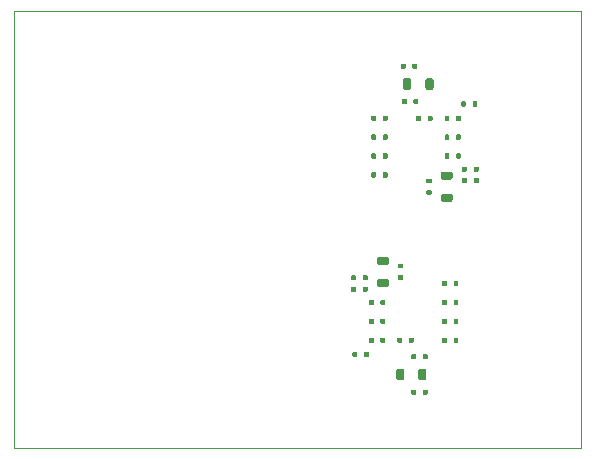
<source format=gbr>
G04 #@! TF.GenerationSoftware,KiCad,Pcbnew,(5.1.4)-1*
G04 #@! TF.CreationDate,2020-11-09T20:47:03-05:00*
G04 #@! TF.ProjectId,icepool-board,69636570-6f6f-46c2-9d62-6f6172642e6b,2020-04*
G04 #@! TF.SameCoordinates,Original*
G04 #@! TF.FileFunction,Paste,Bot*
G04 #@! TF.FilePolarity,Positive*
%FSLAX46Y46*%
G04 Gerber Fmt 4.6, Leading zero omitted, Abs format (unit mm)*
G04 Created by KiCad (PCBNEW (5.1.4)-1) date 2020-11-09 20:47:03*
%MOMM*%
%LPD*%
G04 APERTURE LIST*
%ADD10C,0.050000*%
%ADD11C,0.150000*%
%ADD12C,0.413000*%
%ADD13C,0.682500*%
G04 APERTURE END LIST*
D10*
X25500000Y-88500000D02*
X25500000Y-51500000D01*
X73500000Y-88500000D02*
X25500000Y-88500000D01*
X73500000Y-51500000D02*
X73500000Y-88500000D01*
X25500000Y-51500000D02*
X73500000Y-51500000D01*
D11*
G04 #@! TO.C,R10*
G36*
X60398370Y-83576497D02*
G01*
X60408393Y-83577984D01*
X60418222Y-83580446D01*
X60427762Y-83583859D01*
X60436922Y-83588192D01*
X60445613Y-83593401D01*
X60453751Y-83599437D01*
X60461259Y-83606241D01*
X60468063Y-83613749D01*
X60474099Y-83621887D01*
X60479308Y-83630578D01*
X60483641Y-83639738D01*
X60487054Y-83649278D01*
X60489516Y-83659107D01*
X60491003Y-83669130D01*
X60491500Y-83679250D01*
X60491500Y-83920750D01*
X60491003Y-83930870D01*
X60489516Y-83940893D01*
X60487054Y-83950722D01*
X60483641Y-83960262D01*
X60479308Y-83969422D01*
X60474099Y-83978113D01*
X60468063Y-83986251D01*
X60461259Y-83993759D01*
X60453751Y-84000563D01*
X60445613Y-84006599D01*
X60436922Y-84011808D01*
X60427762Y-84016141D01*
X60418222Y-84019554D01*
X60408393Y-84022016D01*
X60398370Y-84023503D01*
X60388250Y-84024000D01*
X60181750Y-84024000D01*
X60171630Y-84023503D01*
X60161607Y-84022016D01*
X60151778Y-84019554D01*
X60142238Y-84016141D01*
X60133078Y-84011808D01*
X60124387Y-84006599D01*
X60116249Y-84000563D01*
X60108741Y-83993759D01*
X60101937Y-83986251D01*
X60095901Y-83978113D01*
X60090692Y-83969422D01*
X60086359Y-83960262D01*
X60082946Y-83950722D01*
X60080484Y-83940893D01*
X60078997Y-83930870D01*
X60078500Y-83920750D01*
X60078500Y-83679250D01*
X60078997Y-83669130D01*
X60080484Y-83659107D01*
X60082946Y-83649278D01*
X60086359Y-83639738D01*
X60090692Y-83630578D01*
X60095901Y-83621887D01*
X60101937Y-83613749D01*
X60108741Y-83606241D01*
X60116249Y-83599437D01*
X60124387Y-83593401D01*
X60133078Y-83588192D01*
X60142238Y-83583859D01*
X60151778Y-83580446D01*
X60161607Y-83577984D01*
X60171630Y-83576497D01*
X60181750Y-83576000D01*
X60388250Y-83576000D01*
X60398370Y-83576497D01*
X60398370Y-83576497D01*
G37*
D12*
X60285000Y-83800000D03*
D11*
G36*
X59428370Y-83576497D02*
G01*
X59438393Y-83577984D01*
X59448222Y-83580446D01*
X59457762Y-83583859D01*
X59466922Y-83588192D01*
X59475613Y-83593401D01*
X59483751Y-83599437D01*
X59491259Y-83606241D01*
X59498063Y-83613749D01*
X59504099Y-83621887D01*
X59509308Y-83630578D01*
X59513641Y-83639738D01*
X59517054Y-83649278D01*
X59519516Y-83659107D01*
X59521003Y-83669130D01*
X59521500Y-83679250D01*
X59521500Y-83920750D01*
X59521003Y-83930870D01*
X59519516Y-83940893D01*
X59517054Y-83950722D01*
X59513641Y-83960262D01*
X59509308Y-83969422D01*
X59504099Y-83978113D01*
X59498063Y-83986251D01*
X59491259Y-83993759D01*
X59483751Y-84000563D01*
X59475613Y-84006599D01*
X59466922Y-84011808D01*
X59457762Y-84016141D01*
X59448222Y-84019554D01*
X59438393Y-84022016D01*
X59428370Y-84023503D01*
X59418250Y-84024000D01*
X59211750Y-84024000D01*
X59201630Y-84023503D01*
X59191607Y-84022016D01*
X59181778Y-84019554D01*
X59172238Y-84016141D01*
X59163078Y-84011808D01*
X59154387Y-84006599D01*
X59146249Y-84000563D01*
X59138741Y-83993759D01*
X59131937Y-83986251D01*
X59125901Y-83978113D01*
X59120692Y-83969422D01*
X59116359Y-83960262D01*
X59112946Y-83950722D01*
X59110484Y-83940893D01*
X59108997Y-83930870D01*
X59108500Y-83920750D01*
X59108500Y-83679250D01*
X59108997Y-83669130D01*
X59110484Y-83659107D01*
X59112946Y-83649278D01*
X59116359Y-83639738D01*
X59120692Y-83630578D01*
X59125901Y-83621887D01*
X59131937Y-83613749D01*
X59138741Y-83606241D01*
X59146249Y-83599437D01*
X59154387Y-83593401D01*
X59163078Y-83588192D01*
X59172238Y-83583859D01*
X59181778Y-83580446D01*
X59191607Y-83577984D01*
X59201630Y-83576497D01*
X59211750Y-83576000D01*
X59418250Y-83576000D01*
X59428370Y-83576497D01*
X59428370Y-83576497D01*
G37*
D12*
X59315000Y-83800000D03*
G04 #@! TD*
D11*
G04 #@! TO.C,R9*
G36*
X55330871Y-74878997D02*
G01*
X55340894Y-74880484D01*
X55350723Y-74882946D01*
X55360263Y-74886359D01*
X55369423Y-74890692D01*
X55378114Y-74895901D01*
X55386252Y-74901937D01*
X55393760Y-74908741D01*
X55400564Y-74916249D01*
X55406600Y-74924387D01*
X55411809Y-74933078D01*
X55416142Y-74942238D01*
X55419555Y-74951778D01*
X55422017Y-74961607D01*
X55423504Y-74971630D01*
X55424001Y-74981750D01*
X55424001Y-75188250D01*
X55423504Y-75198370D01*
X55422017Y-75208393D01*
X55419555Y-75218222D01*
X55416142Y-75227762D01*
X55411809Y-75236922D01*
X55406600Y-75245613D01*
X55400564Y-75253751D01*
X55393760Y-75261259D01*
X55386252Y-75268063D01*
X55378114Y-75274099D01*
X55369423Y-75279308D01*
X55360263Y-75283641D01*
X55350723Y-75287054D01*
X55340894Y-75289516D01*
X55330871Y-75291003D01*
X55320751Y-75291500D01*
X55079251Y-75291500D01*
X55069131Y-75291003D01*
X55059108Y-75289516D01*
X55049279Y-75287054D01*
X55039739Y-75283641D01*
X55030579Y-75279308D01*
X55021888Y-75274099D01*
X55013750Y-75268063D01*
X55006242Y-75261259D01*
X54999438Y-75253751D01*
X54993402Y-75245613D01*
X54988193Y-75236922D01*
X54983860Y-75227762D01*
X54980447Y-75218222D01*
X54977985Y-75208393D01*
X54976498Y-75198370D01*
X54976001Y-75188250D01*
X54976001Y-74981750D01*
X54976498Y-74971630D01*
X54977985Y-74961607D01*
X54980447Y-74951778D01*
X54983860Y-74942238D01*
X54988193Y-74933078D01*
X54993402Y-74924387D01*
X54999438Y-74916249D01*
X55006242Y-74908741D01*
X55013750Y-74901937D01*
X55021888Y-74895901D01*
X55030579Y-74890692D01*
X55039739Y-74886359D01*
X55049279Y-74882946D01*
X55059108Y-74880484D01*
X55069131Y-74878997D01*
X55079251Y-74878500D01*
X55320751Y-74878500D01*
X55330871Y-74878997D01*
X55330871Y-74878997D01*
G37*
D12*
X55200001Y-75085000D03*
D11*
G36*
X55330871Y-73908997D02*
G01*
X55340894Y-73910484D01*
X55350723Y-73912946D01*
X55360263Y-73916359D01*
X55369423Y-73920692D01*
X55378114Y-73925901D01*
X55386252Y-73931937D01*
X55393760Y-73938741D01*
X55400564Y-73946249D01*
X55406600Y-73954387D01*
X55411809Y-73963078D01*
X55416142Y-73972238D01*
X55419555Y-73981778D01*
X55422017Y-73991607D01*
X55423504Y-74001630D01*
X55424001Y-74011750D01*
X55424001Y-74218250D01*
X55423504Y-74228370D01*
X55422017Y-74238393D01*
X55419555Y-74248222D01*
X55416142Y-74257762D01*
X55411809Y-74266922D01*
X55406600Y-74275613D01*
X55400564Y-74283751D01*
X55393760Y-74291259D01*
X55386252Y-74298063D01*
X55378114Y-74304099D01*
X55369423Y-74309308D01*
X55360263Y-74313641D01*
X55350723Y-74317054D01*
X55340894Y-74319516D01*
X55330871Y-74321003D01*
X55320751Y-74321500D01*
X55079251Y-74321500D01*
X55069131Y-74321003D01*
X55059108Y-74319516D01*
X55049279Y-74317054D01*
X55039739Y-74313641D01*
X55030579Y-74309308D01*
X55021888Y-74304099D01*
X55013750Y-74298063D01*
X55006242Y-74291259D01*
X54999438Y-74283751D01*
X54993402Y-74275613D01*
X54988193Y-74266922D01*
X54983860Y-74257762D01*
X54980447Y-74248222D01*
X54977985Y-74238393D01*
X54976498Y-74228370D01*
X54976001Y-74218250D01*
X54976001Y-74011750D01*
X54976498Y-74001630D01*
X54977985Y-73991607D01*
X54980447Y-73981778D01*
X54983860Y-73972238D01*
X54988193Y-73963078D01*
X54993402Y-73954387D01*
X54999438Y-73946249D01*
X55006242Y-73938741D01*
X55013750Y-73931937D01*
X55021888Y-73925901D01*
X55030579Y-73920692D01*
X55039739Y-73916359D01*
X55049279Y-73912946D01*
X55059108Y-73910484D01*
X55069131Y-73908997D01*
X55079251Y-73908500D01*
X55320751Y-73908500D01*
X55330871Y-73908997D01*
X55330871Y-73908997D01*
G37*
D12*
X55200001Y-74115000D03*
G04 #@! TD*
D11*
G04 #@! TO.C,R7*
G36*
X58528370Y-55976497D02*
G01*
X58538393Y-55977984D01*
X58548222Y-55980446D01*
X58557762Y-55983859D01*
X58566922Y-55988192D01*
X58575613Y-55993401D01*
X58583751Y-55999437D01*
X58591259Y-56006241D01*
X58598063Y-56013749D01*
X58604099Y-56021887D01*
X58609308Y-56030578D01*
X58613641Y-56039738D01*
X58617054Y-56049278D01*
X58619516Y-56059107D01*
X58621003Y-56069130D01*
X58621500Y-56079250D01*
X58621500Y-56320750D01*
X58621003Y-56330870D01*
X58619516Y-56340893D01*
X58617054Y-56350722D01*
X58613641Y-56360262D01*
X58609308Y-56369422D01*
X58604099Y-56378113D01*
X58598063Y-56386251D01*
X58591259Y-56393759D01*
X58583751Y-56400563D01*
X58575613Y-56406599D01*
X58566922Y-56411808D01*
X58557762Y-56416141D01*
X58548222Y-56419554D01*
X58538393Y-56422016D01*
X58528370Y-56423503D01*
X58518250Y-56424000D01*
X58311750Y-56424000D01*
X58301630Y-56423503D01*
X58291607Y-56422016D01*
X58281778Y-56419554D01*
X58272238Y-56416141D01*
X58263078Y-56411808D01*
X58254387Y-56406599D01*
X58246249Y-56400563D01*
X58238741Y-56393759D01*
X58231937Y-56386251D01*
X58225901Y-56378113D01*
X58220692Y-56369422D01*
X58216359Y-56360262D01*
X58212946Y-56350722D01*
X58210484Y-56340893D01*
X58208997Y-56330870D01*
X58208500Y-56320750D01*
X58208500Y-56079250D01*
X58208997Y-56069130D01*
X58210484Y-56059107D01*
X58212946Y-56049278D01*
X58216359Y-56039738D01*
X58220692Y-56030578D01*
X58225901Y-56021887D01*
X58231937Y-56013749D01*
X58238741Y-56006241D01*
X58246249Y-55999437D01*
X58254387Y-55993401D01*
X58263078Y-55988192D01*
X58272238Y-55983859D01*
X58281778Y-55980446D01*
X58291607Y-55977984D01*
X58301630Y-55976497D01*
X58311750Y-55976000D01*
X58518250Y-55976000D01*
X58528370Y-55976497D01*
X58528370Y-55976497D01*
G37*
D12*
X58415000Y-56200000D03*
D11*
G36*
X59498370Y-55976497D02*
G01*
X59508393Y-55977984D01*
X59518222Y-55980446D01*
X59527762Y-55983859D01*
X59536922Y-55988192D01*
X59545613Y-55993401D01*
X59553751Y-55999437D01*
X59561259Y-56006241D01*
X59568063Y-56013749D01*
X59574099Y-56021887D01*
X59579308Y-56030578D01*
X59583641Y-56039738D01*
X59587054Y-56049278D01*
X59589516Y-56059107D01*
X59591003Y-56069130D01*
X59591500Y-56079250D01*
X59591500Y-56320750D01*
X59591003Y-56330870D01*
X59589516Y-56340893D01*
X59587054Y-56350722D01*
X59583641Y-56360262D01*
X59579308Y-56369422D01*
X59574099Y-56378113D01*
X59568063Y-56386251D01*
X59561259Y-56393759D01*
X59553751Y-56400563D01*
X59545613Y-56406599D01*
X59536922Y-56411808D01*
X59527762Y-56416141D01*
X59518222Y-56419554D01*
X59508393Y-56422016D01*
X59498370Y-56423503D01*
X59488250Y-56424000D01*
X59281750Y-56424000D01*
X59271630Y-56423503D01*
X59261607Y-56422016D01*
X59251778Y-56419554D01*
X59242238Y-56416141D01*
X59233078Y-56411808D01*
X59224387Y-56406599D01*
X59216249Y-56400563D01*
X59208741Y-56393759D01*
X59201937Y-56386251D01*
X59195901Y-56378113D01*
X59190692Y-56369422D01*
X59186359Y-56360262D01*
X59182946Y-56350722D01*
X59180484Y-56340893D01*
X59178997Y-56330870D01*
X59178500Y-56320750D01*
X59178500Y-56079250D01*
X59178997Y-56069130D01*
X59180484Y-56059107D01*
X59182946Y-56049278D01*
X59186359Y-56039738D01*
X59190692Y-56030578D01*
X59195901Y-56021887D01*
X59201937Y-56013749D01*
X59208741Y-56006241D01*
X59216249Y-55999437D01*
X59224387Y-55993401D01*
X59233078Y-55988192D01*
X59242238Y-55983859D01*
X59251778Y-55980446D01*
X59261607Y-55977984D01*
X59271630Y-55976497D01*
X59281750Y-55976000D01*
X59488250Y-55976000D01*
X59498370Y-55976497D01*
X59498370Y-55976497D01*
G37*
D12*
X59385000Y-56200000D03*
G04 #@! TD*
D11*
G04 #@! TO.C,R6*
G36*
X63730870Y-64708997D02*
G01*
X63740893Y-64710484D01*
X63750722Y-64712946D01*
X63760262Y-64716359D01*
X63769422Y-64720692D01*
X63778113Y-64725901D01*
X63786251Y-64731937D01*
X63793759Y-64738741D01*
X63800563Y-64746249D01*
X63806599Y-64754387D01*
X63811808Y-64763078D01*
X63816141Y-64772238D01*
X63819554Y-64781778D01*
X63822016Y-64791607D01*
X63823503Y-64801630D01*
X63824000Y-64811750D01*
X63824000Y-65018250D01*
X63823503Y-65028370D01*
X63822016Y-65038393D01*
X63819554Y-65048222D01*
X63816141Y-65057762D01*
X63811808Y-65066922D01*
X63806599Y-65075613D01*
X63800563Y-65083751D01*
X63793759Y-65091259D01*
X63786251Y-65098063D01*
X63778113Y-65104099D01*
X63769422Y-65109308D01*
X63760262Y-65113641D01*
X63750722Y-65117054D01*
X63740893Y-65119516D01*
X63730870Y-65121003D01*
X63720750Y-65121500D01*
X63479250Y-65121500D01*
X63469130Y-65121003D01*
X63459107Y-65119516D01*
X63449278Y-65117054D01*
X63439738Y-65113641D01*
X63430578Y-65109308D01*
X63421887Y-65104099D01*
X63413749Y-65098063D01*
X63406241Y-65091259D01*
X63399437Y-65083751D01*
X63393401Y-65075613D01*
X63388192Y-65066922D01*
X63383859Y-65057762D01*
X63380446Y-65048222D01*
X63377984Y-65038393D01*
X63376497Y-65028370D01*
X63376000Y-65018250D01*
X63376000Y-64811750D01*
X63376497Y-64801630D01*
X63377984Y-64791607D01*
X63380446Y-64781778D01*
X63383859Y-64772238D01*
X63388192Y-64763078D01*
X63393401Y-64754387D01*
X63399437Y-64746249D01*
X63406241Y-64738741D01*
X63413749Y-64731937D01*
X63421887Y-64725901D01*
X63430578Y-64720692D01*
X63439738Y-64716359D01*
X63449278Y-64712946D01*
X63459107Y-64710484D01*
X63469130Y-64708997D01*
X63479250Y-64708500D01*
X63720750Y-64708500D01*
X63730870Y-64708997D01*
X63730870Y-64708997D01*
G37*
D12*
X63600000Y-64915000D03*
D11*
G36*
X63730870Y-65678997D02*
G01*
X63740893Y-65680484D01*
X63750722Y-65682946D01*
X63760262Y-65686359D01*
X63769422Y-65690692D01*
X63778113Y-65695901D01*
X63786251Y-65701937D01*
X63793759Y-65708741D01*
X63800563Y-65716249D01*
X63806599Y-65724387D01*
X63811808Y-65733078D01*
X63816141Y-65742238D01*
X63819554Y-65751778D01*
X63822016Y-65761607D01*
X63823503Y-65771630D01*
X63824000Y-65781750D01*
X63824000Y-65988250D01*
X63823503Y-65998370D01*
X63822016Y-66008393D01*
X63819554Y-66018222D01*
X63816141Y-66027762D01*
X63811808Y-66036922D01*
X63806599Y-66045613D01*
X63800563Y-66053751D01*
X63793759Y-66061259D01*
X63786251Y-66068063D01*
X63778113Y-66074099D01*
X63769422Y-66079308D01*
X63760262Y-66083641D01*
X63750722Y-66087054D01*
X63740893Y-66089516D01*
X63730870Y-66091003D01*
X63720750Y-66091500D01*
X63479250Y-66091500D01*
X63469130Y-66091003D01*
X63459107Y-66089516D01*
X63449278Y-66087054D01*
X63439738Y-66083641D01*
X63430578Y-66079308D01*
X63421887Y-66074099D01*
X63413749Y-66068063D01*
X63406241Y-66061259D01*
X63399437Y-66053751D01*
X63393401Y-66045613D01*
X63388192Y-66036922D01*
X63383859Y-66027762D01*
X63380446Y-66018222D01*
X63377984Y-66008393D01*
X63376497Y-65998370D01*
X63376000Y-65988250D01*
X63376000Y-65781750D01*
X63376497Y-65771630D01*
X63377984Y-65761607D01*
X63380446Y-65751778D01*
X63383859Y-65742238D01*
X63388192Y-65733078D01*
X63393401Y-65724387D01*
X63399437Y-65716249D01*
X63406241Y-65708741D01*
X63413749Y-65701937D01*
X63421887Y-65695901D01*
X63430578Y-65690692D01*
X63439738Y-65686359D01*
X63449278Y-65682946D01*
X63459107Y-65680484D01*
X63469130Y-65678997D01*
X63479250Y-65678500D01*
X63720750Y-65678500D01*
X63730870Y-65678997D01*
X63730870Y-65678997D01*
G37*
D12*
X63600000Y-65885000D03*
G04 #@! TD*
D11*
G04 #@! TO.C,C50*
G36*
X60398370Y-80576497D02*
G01*
X60408393Y-80577984D01*
X60418222Y-80580446D01*
X60427762Y-80583859D01*
X60436922Y-80588192D01*
X60445613Y-80593401D01*
X60453751Y-80599437D01*
X60461259Y-80606241D01*
X60468063Y-80613749D01*
X60474099Y-80621887D01*
X60479308Y-80630578D01*
X60483641Y-80639738D01*
X60487054Y-80649278D01*
X60489516Y-80659107D01*
X60491003Y-80669130D01*
X60491500Y-80679250D01*
X60491500Y-80920750D01*
X60491003Y-80930870D01*
X60489516Y-80940893D01*
X60487054Y-80950722D01*
X60483641Y-80960262D01*
X60479308Y-80969422D01*
X60474099Y-80978113D01*
X60468063Y-80986251D01*
X60461259Y-80993759D01*
X60453751Y-81000563D01*
X60445613Y-81006599D01*
X60436922Y-81011808D01*
X60427762Y-81016141D01*
X60418222Y-81019554D01*
X60408393Y-81022016D01*
X60398370Y-81023503D01*
X60388250Y-81024000D01*
X60181750Y-81024000D01*
X60171630Y-81023503D01*
X60161607Y-81022016D01*
X60151778Y-81019554D01*
X60142238Y-81016141D01*
X60133078Y-81011808D01*
X60124387Y-81006599D01*
X60116249Y-81000563D01*
X60108741Y-80993759D01*
X60101937Y-80986251D01*
X60095901Y-80978113D01*
X60090692Y-80969422D01*
X60086359Y-80960262D01*
X60082946Y-80950722D01*
X60080484Y-80940893D01*
X60078997Y-80930870D01*
X60078500Y-80920750D01*
X60078500Y-80679250D01*
X60078997Y-80669130D01*
X60080484Y-80659107D01*
X60082946Y-80649278D01*
X60086359Y-80639738D01*
X60090692Y-80630578D01*
X60095901Y-80621887D01*
X60101937Y-80613749D01*
X60108741Y-80606241D01*
X60116249Y-80599437D01*
X60124387Y-80593401D01*
X60133078Y-80588192D01*
X60142238Y-80583859D01*
X60151778Y-80580446D01*
X60161607Y-80577984D01*
X60171630Y-80576497D01*
X60181750Y-80576000D01*
X60388250Y-80576000D01*
X60398370Y-80576497D01*
X60398370Y-80576497D01*
G37*
D12*
X60285000Y-80800000D03*
D11*
G36*
X59428370Y-80576497D02*
G01*
X59438393Y-80577984D01*
X59448222Y-80580446D01*
X59457762Y-80583859D01*
X59466922Y-80588192D01*
X59475613Y-80593401D01*
X59483751Y-80599437D01*
X59491259Y-80606241D01*
X59498063Y-80613749D01*
X59504099Y-80621887D01*
X59509308Y-80630578D01*
X59513641Y-80639738D01*
X59517054Y-80649278D01*
X59519516Y-80659107D01*
X59521003Y-80669130D01*
X59521500Y-80679250D01*
X59521500Y-80920750D01*
X59521003Y-80930870D01*
X59519516Y-80940893D01*
X59517054Y-80950722D01*
X59513641Y-80960262D01*
X59509308Y-80969422D01*
X59504099Y-80978113D01*
X59498063Y-80986251D01*
X59491259Y-80993759D01*
X59483751Y-81000563D01*
X59475613Y-81006599D01*
X59466922Y-81011808D01*
X59457762Y-81016141D01*
X59448222Y-81019554D01*
X59438393Y-81022016D01*
X59428370Y-81023503D01*
X59418250Y-81024000D01*
X59211750Y-81024000D01*
X59201630Y-81023503D01*
X59191607Y-81022016D01*
X59181778Y-81019554D01*
X59172238Y-81016141D01*
X59163078Y-81011808D01*
X59154387Y-81006599D01*
X59146249Y-81000563D01*
X59138741Y-80993759D01*
X59131937Y-80986251D01*
X59125901Y-80978113D01*
X59120692Y-80969422D01*
X59116359Y-80960262D01*
X59112946Y-80950722D01*
X59110484Y-80940893D01*
X59108997Y-80930870D01*
X59108500Y-80920750D01*
X59108500Y-80679250D01*
X59108997Y-80669130D01*
X59110484Y-80659107D01*
X59112946Y-80649278D01*
X59116359Y-80639738D01*
X59120692Y-80630578D01*
X59125901Y-80621887D01*
X59131937Y-80613749D01*
X59138741Y-80606241D01*
X59146249Y-80599437D01*
X59154387Y-80593401D01*
X59163078Y-80588192D01*
X59172238Y-80583859D01*
X59181778Y-80580446D01*
X59191607Y-80577984D01*
X59201630Y-80576497D01*
X59211750Y-80576000D01*
X59418250Y-80576000D01*
X59428370Y-80576497D01*
X59428370Y-80576497D01*
G37*
D12*
X59315000Y-80800000D03*
G04 #@! TD*
D11*
G04 #@! TO.C,C49*
G36*
X58330870Y-72908997D02*
G01*
X58340893Y-72910484D01*
X58350722Y-72912946D01*
X58360262Y-72916359D01*
X58369422Y-72920692D01*
X58378113Y-72925901D01*
X58386251Y-72931937D01*
X58393759Y-72938741D01*
X58400563Y-72946249D01*
X58406599Y-72954387D01*
X58411808Y-72963078D01*
X58416141Y-72972238D01*
X58419554Y-72981778D01*
X58422016Y-72991607D01*
X58423503Y-73001630D01*
X58424000Y-73011750D01*
X58424000Y-73218250D01*
X58423503Y-73228370D01*
X58422016Y-73238393D01*
X58419554Y-73248222D01*
X58416141Y-73257762D01*
X58411808Y-73266922D01*
X58406599Y-73275613D01*
X58400563Y-73283751D01*
X58393759Y-73291259D01*
X58386251Y-73298063D01*
X58378113Y-73304099D01*
X58369422Y-73309308D01*
X58360262Y-73313641D01*
X58350722Y-73317054D01*
X58340893Y-73319516D01*
X58330870Y-73321003D01*
X58320750Y-73321500D01*
X58079250Y-73321500D01*
X58069130Y-73321003D01*
X58059107Y-73319516D01*
X58049278Y-73317054D01*
X58039738Y-73313641D01*
X58030578Y-73309308D01*
X58021887Y-73304099D01*
X58013749Y-73298063D01*
X58006241Y-73291259D01*
X57999437Y-73283751D01*
X57993401Y-73275613D01*
X57988192Y-73266922D01*
X57983859Y-73257762D01*
X57980446Y-73248222D01*
X57977984Y-73238393D01*
X57976497Y-73228370D01*
X57976000Y-73218250D01*
X57976000Y-73011750D01*
X57976497Y-73001630D01*
X57977984Y-72991607D01*
X57980446Y-72981778D01*
X57983859Y-72972238D01*
X57988192Y-72963078D01*
X57993401Y-72954387D01*
X57999437Y-72946249D01*
X58006241Y-72938741D01*
X58013749Y-72931937D01*
X58021887Y-72925901D01*
X58030578Y-72920692D01*
X58039738Y-72916359D01*
X58049278Y-72912946D01*
X58059107Y-72910484D01*
X58069130Y-72908997D01*
X58079250Y-72908500D01*
X58320750Y-72908500D01*
X58330870Y-72908997D01*
X58330870Y-72908997D01*
G37*
D12*
X58200000Y-73115000D03*
D11*
G36*
X58330870Y-73878997D02*
G01*
X58340893Y-73880484D01*
X58350722Y-73882946D01*
X58360262Y-73886359D01*
X58369422Y-73890692D01*
X58378113Y-73895901D01*
X58386251Y-73901937D01*
X58393759Y-73908741D01*
X58400563Y-73916249D01*
X58406599Y-73924387D01*
X58411808Y-73933078D01*
X58416141Y-73942238D01*
X58419554Y-73951778D01*
X58422016Y-73961607D01*
X58423503Y-73971630D01*
X58424000Y-73981750D01*
X58424000Y-74188250D01*
X58423503Y-74198370D01*
X58422016Y-74208393D01*
X58419554Y-74218222D01*
X58416141Y-74227762D01*
X58411808Y-74236922D01*
X58406599Y-74245613D01*
X58400563Y-74253751D01*
X58393759Y-74261259D01*
X58386251Y-74268063D01*
X58378113Y-74274099D01*
X58369422Y-74279308D01*
X58360262Y-74283641D01*
X58350722Y-74287054D01*
X58340893Y-74289516D01*
X58330870Y-74291003D01*
X58320750Y-74291500D01*
X58079250Y-74291500D01*
X58069130Y-74291003D01*
X58059107Y-74289516D01*
X58049278Y-74287054D01*
X58039738Y-74283641D01*
X58030578Y-74279308D01*
X58021887Y-74274099D01*
X58013749Y-74268063D01*
X58006241Y-74261259D01*
X57999437Y-74253751D01*
X57993401Y-74245613D01*
X57988192Y-74236922D01*
X57983859Y-74227762D01*
X57980446Y-74218222D01*
X57977984Y-74208393D01*
X57976497Y-74198370D01*
X57976000Y-74188250D01*
X57976000Y-73981750D01*
X57976497Y-73971630D01*
X57977984Y-73961607D01*
X57980446Y-73951778D01*
X57983859Y-73942238D01*
X57988192Y-73933078D01*
X57993401Y-73924387D01*
X57999437Y-73916249D01*
X58006241Y-73908741D01*
X58013749Y-73901937D01*
X58021887Y-73895901D01*
X58030578Y-73890692D01*
X58039738Y-73886359D01*
X58049278Y-73882946D01*
X58059107Y-73880484D01*
X58069130Y-73878997D01*
X58079250Y-73878500D01*
X58320750Y-73878500D01*
X58330870Y-73878997D01*
X58330870Y-73878997D01*
G37*
D12*
X58200000Y-74085000D03*
G04 #@! TD*
D11*
G04 #@! TO.C,C48*
G36*
X55398370Y-80376497D02*
G01*
X55408393Y-80377984D01*
X55418222Y-80380446D01*
X55427762Y-80383859D01*
X55436922Y-80388192D01*
X55445613Y-80393401D01*
X55453751Y-80399437D01*
X55461259Y-80406241D01*
X55468063Y-80413749D01*
X55474099Y-80421887D01*
X55479308Y-80430578D01*
X55483641Y-80439738D01*
X55487054Y-80449278D01*
X55489516Y-80459107D01*
X55491003Y-80469130D01*
X55491500Y-80479250D01*
X55491500Y-80720750D01*
X55491003Y-80730870D01*
X55489516Y-80740893D01*
X55487054Y-80750722D01*
X55483641Y-80760262D01*
X55479308Y-80769422D01*
X55474099Y-80778113D01*
X55468063Y-80786251D01*
X55461259Y-80793759D01*
X55453751Y-80800563D01*
X55445613Y-80806599D01*
X55436922Y-80811808D01*
X55427762Y-80816141D01*
X55418222Y-80819554D01*
X55408393Y-80822016D01*
X55398370Y-80823503D01*
X55388250Y-80824000D01*
X55181750Y-80824000D01*
X55171630Y-80823503D01*
X55161607Y-80822016D01*
X55151778Y-80819554D01*
X55142238Y-80816141D01*
X55133078Y-80811808D01*
X55124387Y-80806599D01*
X55116249Y-80800563D01*
X55108741Y-80793759D01*
X55101937Y-80786251D01*
X55095901Y-80778113D01*
X55090692Y-80769422D01*
X55086359Y-80760262D01*
X55082946Y-80750722D01*
X55080484Y-80740893D01*
X55078997Y-80730870D01*
X55078500Y-80720750D01*
X55078500Y-80479250D01*
X55078997Y-80469130D01*
X55080484Y-80459107D01*
X55082946Y-80449278D01*
X55086359Y-80439738D01*
X55090692Y-80430578D01*
X55095901Y-80421887D01*
X55101937Y-80413749D01*
X55108741Y-80406241D01*
X55116249Y-80399437D01*
X55124387Y-80393401D01*
X55133078Y-80388192D01*
X55142238Y-80383859D01*
X55151778Y-80380446D01*
X55161607Y-80377984D01*
X55171630Y-80376497D01*
X55181750Y-80376000D01*
X55388250Y-80376000D01*
X55398370Y-80376497D01*
X55398370Y-80376497D01*
G37*
D12*
X55285000Y-80600000D03*
D11*
G36*
X54428370Y-80376497D02*
G01*
X54438393Y-80377984D01*
X54448222Y-80380446D01*
X54457762Y-80383859D01*
X54466922Y-80388192D01*
X54475613Y-80393401D01*
X54483751Y-80399437D01*
X54491259Y-80406241D01*
X54498063Y-80413749D01*
X54504099Y-80421887D01*
X54509308Y-80430578D01*
X54513641Y-80439738D01*
X54517054Y-80449278D01*
X54519516Y-80459107D01*
X54521003Y-80469130D01*
X54521500Y-80479250D01*
X54521500Y-80720750D01*
X54521003Y-80730870D01*
X54519516Y-80740893D01*
X54517054Y-80750722D01*
X54513641Y-80760262D01*
X54509308Y-80769422D01*
X54504099Y-80778113D01*
X54498063Y-80786251D01*
X54491259Y-80793759D01*
X54483751Y-80800563D01*
X54475613Y-80806599D01*
X54466922Y-80811808D01*
X54457762Y-80816141D01*
X54448222Y-80819554D01*
X54438393Y-80822016D01*
X54428370Y-80823503D01*
X54418250Y-80824000D01*
X54211750Y-80824000D01*
X54201630Y-80823503D01*
X54191607Y-80822016D01*
X54181778Y-80819554D01*
X54172238Y-80816141D01*
X54163078Y-80811808D01*
X54154387Y-80806599D01*
X54146249Y-80800563D01*
X54138741Y-80793759D01*
X54131937Y-80786251D01*
X54125901Y-80778113D01*
X54120692Y-80769422D01*
X54116359Y-80760262D01*
X54112946Y-80750722D01*
X54110484Y-80740893D01*
X54108997Y-80730870D01*
X54108500Y-80720750D01*
X54108500Y-80479250D01*
X54108997Y-80469130D01*
X54110484Y-80459107D01*
X54112946Y-80449278D01*
X54116359Y-80439738D01*
X54120692Y-80430578D01*
X54125901Y-80421887D01*
X54131937Y-80413749D01*
X54138741Y-80406241D01*
X54146249Y-80399437D01*
X54154387Y-80393401D01*
X54163078Y-80388192D01*
X54172238Y-80383859D01*
X54181778Y-80380446D01*
X54191607Y-80377984D01*
X54201630Y-80376497D01*
X54211750Y-80376000D01*
X54418250Y-80376000D01*
X54428370Y-80376497D01*
X54428370Y-80376497D01*
G37*
D12*
X54315000Y-80600000D03*
G04 #@! TD*
D11*
G04 #@! TO.C,C47*
G36*
X54330870Y-73908997D02*
G01*
X54340893Y-73910484D01*
X54350722Y-73912946D01*
X54360262Y-73916359D01*
X54369422Y-73920692D01*
X54378113Y-73925901D01*
X54386251Y-73931937D01*
X54393759Y-73938741D01*
X54400563Y-73946249D01*
X54406599Y-73954387D01*
X54411808Y-73963078D01*
X54416141Y-73972238D01*
X54419554Y-73981778D01*
X54422016Y-73991607D01*
X54423503Y-74001630D01*
X54424000Y-74011750D01*
X54424000Y-74218250D01*
X54423503Y-74228370D01*
X54422016Y-74238393D01*
X54419554Y-74248222D01*
X54416141Y-74257762D01*
X54411808Y-74266922D01*
X54406599Y-74275613D01*
X54400563Y-74283751D01*
X54393759Y-74291259D01*
X54386251Y-74298063D01*
X54378113Y-74304099D01*
X54369422Y-74309308D01*
X54360262Y-74313641D01*
X54350722Y-74317054D01*
X54340893Y-74319516D01*
X54330870Y-74321003D01*
X54320750Y-74321500D01*
X54079250Y-74321500D01*
X54069130Y-74321003D01*
X54059107Y-74319516D01*
X54049278Y-74317054D01*
X54039738Y-74313641D01*
X54030578Y-74309308D01*
X54021887Y-74304099D01*
X54013749Y-74298063D01*
X54006241Y-74291259D01*
X53999437Y-74283751D01*
X53993401Y-74275613D01*
X53988192Y-74266922D01*
X53983859Y-74257762D01*
X53980446Y-74248222D01*
X53977984Y-74238393D01*
X53976497Y-74228370D01*
X53976000Y-74218250D01*
X53976000Y-74011750D01*
X53976497Y-74001630D01*
X53977984Y-73991607D01*
X53980446Y-73981778D01*
X53983859Y-73972238D01*
X53988192Y-73963078D01*
X53993401Y-73954387D01*
X53999437Y-73946249D01*
X54006241Y-73938741D01*
X54013749Y-73931937D01*
X54021887Y-73925901D01*
X54030578Y-73920692D01*
X54039738Y-73916359D01*
X54049278Y-73912946D01*
X54059107Y-73910484D01*
X54069130Y-73908997D01*
X54079250Y-73908500D01*
X54320750Y-73908500D01*
X54330870Y-73908997D01*
X54330870Y-73908997D01*
G37*
D12*
X54200000Y-74115000D03*
D11*
G36*
X54330870Y-74878997D02*
G01*
X54340893Y-74880484D01*
X54350722Y-74882946D01*
X54360262Y-74886359D01*
X54369422Y-74890692D01*
X54378113Y-74895901D01*
X54386251Y-74901937D01*
X54393759Y-74908741D01*
X54400563Y-74916249D01*
X54406599Y-74924387D01*
X54411808Y-74933078D01*
X54416141Y-74942238D01*
X54419554Y-74951778D01*
X54422016Y-74961607D01*
X54423503Y-74971630D01*
X54424000Y-74981750D01*
X54424000Y-75188250D01*
X54423503Y-75198370D01*
X54422016Y-75208393D01*
X54419554Y-75218222D01*
X54416141Y-75227762D01*
X54411808Y-75236922D01*
X54406599Y-75245613D01*
X54400563Y-75253751D01*
X54393759Y-75261259D01*
X54386251Y-75268063D01*
X54378113Y-75274099D01*
X54369422Y-75279308D01*
X54360262Y-75283641D01*
X54350722Y-75287054D01*
X54340893Y-75289516D01*
X54330870Y-75291003D01*
X54320750Y-75291500D01*
X54079250Y-75291500D01*
X54069130Y-75291003D01*
X54059107Y-75289516D01*
X54049278Y-75287054D01*
X54039738Y-75283641D01*
X54030578Y-75279308D01*
X54021887Y-75274099D01*
X54013749Y-75268063D01*
X54006241Y-75261259D01*
X53999437Y-75253751D01*
X53993401Y-75245613D01*
X53988192Y-75236922D01*
X53983859Y-75227762D01*
X53980446Y-75218222D01*
X53977984Y-75208393D01*
X53976497Y-75198370D01*
X53976000Y-75188250D01*
X53976000Y-74981750D01*
X53976497Y-74971630D01*
X53977984Y-74961607D01*
X53980446Y-74951778D01*
X53983859Y-74942238D01*
X53988192Y-74933078D01*
X53993401Y-74924387D01*
X53999437Y-74916249D01*
X54006241Y-74908741D01*
X54013749Y-74901937D01*
X54021887Y-74895901D01*
X54030578Y-74890692D01*
X54039738Y-74886359D01*
X54049278Y-74882946D01*
X54059107Y-74880484D01*
X54069130Y-74878997D01*
X54079250Y-74878500D01*
X54320750Y-74878500D01*
X54330870Y-74878997D01*
X54330870Y-74878997D01*
G37*
D12*
X54200000Y-75085000D03*
G04 #@! TD*
D11*
G04 #@! TO.C,C46*
G36*
X60224849Y-81810822D02*
G01*
X60241412Y-81813279D01*
X60257655Y-81817347D01*
X60273420Y-81822988D01*
X60288557Y-81830147D01*
X60302919Y-81838755D01*
X60316368Y-81848730D01*
X60328775Y-81859975D01*
X60340020Y-81872382D01*
X60349995Y-81885831D01*
X60358603Y-81900193D01*
X60365762Y-81915330D01*
X60371403Y-81931095D01*
X60375471Y-81947338D01*
X60377928Y-81963901D01*
X60378750Y-81980625D01*
X60378750Y-82619375D01*
X60377928Y-82636099D01*
X60375471Y-82652662D01*
X60371403Y-82668905D01*
X60365762Y-82684670D01*
X60358603Y-82699807D01*
X60349995Y-82714169D01*
X60340020Y-82727618D01*
X60328775Y-82740025D01*
X60316368Y-82751270D01*
X60302919Y-82761245D01*
X60288557Y-82769853D01*
X60273420Y-82777012D01*
X60257655Y-82782653D01*
X60241412Y-82786721D01*
X60224849Y-82789178D01*
X60208125Y-82790000D01*
X59866875Y-82790000D01*
X59850151Y-82789178D01*
X59833588Y-82786721D01*
X59817345Y-82782653D01*
X59801580Y-82777012D01*
X59786443Y-82769853D01*
X59772081Y-82761245D01*
X59758632Y-82751270D01*
X59746225Y-82740025D01*
X59734980Y-82727618D01*
X59725005Y-82714169D01*
X59716397Y-82699807D01*
X59709238Y-82684670D01*
X59703597Y-82668905D01*
X59699529Y-82652662D01*
X59697072Y-82636099D01*
X59696250Y-82619375D01*
X59696250Y-81980625D01*
X59697072Y-81963901D01*
X59699529Y-81947338D01*
X59703597Y-81931095D01*
X59709238Y-81915330D01*
X59716397Y-81900193D01*
X59725005Y-81885831D01*
X59734980Y-81872382D01*
X59746225Y-81859975D01*
X59758632Y-81848730D01*
X59772081Y-81838755D01*
X59786443Y-81830147D01*
X59801580Y-81822988D01*
X59817345Y-81817347D01*
X59833588Y-81813279D01*
X59850151Y-81810822D01*
X59866875Y-81810000D01*
X60208125Y-81810000D01*
X60224849Y-81810822D01*
X60224849Y-81810822D01*
G37*
D13*
X60037500Y-82300000D03*
D11*
G36*
X58349849Y-81810822D02*
G01*
X58366412Y-81813279D01*
X58382655Y-81817347D01*
X58398420Y-81822988D01*
X58413557Y-81830147D01*
X58427919Y-81838755D01*
X58441368Y-81848730D01*
X58453775Y-81859975D01*
X58465020Y-81872382D01*
X58474995Y-81885831D01*
X58483603Y-81900193D01*
X58490762Y-81915330D01*
X58496403Y-81931095D01*
X58500471Y-81947338D01*
X58502928Y-81963901D01*
X58503750Y-81980625D01*
X58503750Y-82619375D01*
X58502928Y-82636099D01*
X58500471Y-82652662D01*
X58496403Y-82668905D01*
X58490762Y-82684670D01*
X58483603Y-82699807D01*
X58474995Y-82714169D01*
X58465020Y-82727618D01*
X58453775Y-82740025D01*
X58441368Y-82751270D01*
X58427919Y-82761245D01*
X58413557Y-82769853D01*
X58398420Y-82777012D01*
X58382655Y-82782653D01*
X58366412Y-82786721D01*
X58349849Y-82789178D01*
X58333125Y-82790000D01*
X57991875Y-82790000D01*
X57975151Y-82789178D01*
X57958588Y-82786721D01*
X57942345Y-82782653D01*
X57926580Y-82777012D01*
X57911443Y-82769853D01*
X57897081Y-82761245D01*
X57883632Y-82751270D01*
X57871225Y-82740025D01*
X57859980Y-82727618D01*
X57850005Y-82714169D01*
X57841397Y-82699807D01*
X57834238Y-82684670D01*
X57828597Y-82668905D01*
X57824529Y-82652662D01*
X57822072Y-82636099D01*
X57821250Y-82619375D01*
X57821250Y-81980625D01*
X57822072Y-81963901D01*
X57824529Y-81947338D01*
X57828597Y-81931095D01*
X57834238Y-81915330D01*
X57841397Y-81900193D01*
X57850005Y-81885831D01*
X57859980Y-81872382D01*
X57871225Y-81859975D01*
X57883632Y-81848730D01*
X57897081Y-81838755D01*
X57911443Y-81830147D01*
X57926580Y-81822988D01*
X57942345Y-81817347D01*
X57958588Y-81813279D01*
X57975151Y-81810822D01*
X57991875Y-81810000D01*
X58333125Y-81810000D01*
X58349849Y-81810822D01*
X58349849Y-81810822D01*
G37*
D13*
X58162500Y-82300000D03*
G04 #@! TD*
D11*
G04 #@! TO.C,C45*
G36*
X57036099Y-72322072D02*
G01*
X57052662Y-72324529D01*
X57068905Y-72328597D01*
X57084670Y-72334238D01*
X57099807Y-72341397D01*
X57114169Y-72350005D01*
X57127618Y-72359980D01*
X57140025Y-72371225D01*
X57151270Y-72383632D01*
X57161245Y-72397081D01*
X57169853Y-72411443D01*
X57177012Y-72426580D01*
X57182653Y-72442345D01*
X57186721Y-72458588D01*
X57189178Y-72475151D01*
X57190000Y-72491875D01*
X57190000Y-72833125D01*
X57189178Y-72849849D01*
X57186721Y-72866412D01*
X57182653Y-72882655D01*
X57177012Y-72898420D01*
X57169853Y-72913557D01*
X57161245Y-72927919D01*
X57151270Y-72941368D01*
X57140025Y-72953775D01*
X57127618Y-72965020D01*
X57114169Y-72974995D01*
X57099807Y-72983603D01*
X57084670Y-72990762D01*
X57068905Y-72996403D01*
X57052662Y-73000471D01*
X57036099Y-73002928D01*
X57019375Y-73003750D01*
X56380625Y-73003750D01*
X56363901Y-73002928D01*
X56347338Y-73000471D01*
X56331095Y-72996403D01*
X56315330Y-72990762D01*
X56300193Y-72983603D01*
X56285831Y-72974995D01*
X56272382Y-72965020D01*
X56259975Y-72953775D01*
X56248730Y-72941368D01*
X56238755Y-72927919D01*
X56230147Y-72913557D01*
X56222988Y-72898420D01*
X56217347Y-72882655D01*
X56213279Y-72866412D01*
X56210822Y-72849849D01*
X56210000Y-72833125D01*
X56210000Y-72491875D01*
X56210822Y-72475151D01*
X56213279Y-72458588D01*
X56217347Y-72442345D01*
X56222988Y-72426580D01*
X56230147Y-72411443D01*
X56238755Y-72397081D01*
X56248730Y-72383632D01*
X56259975Y-72371225D01*
X56272382Y-72359980D01*
X56285831Y-72350005D01*
X56300193Y-72341397D01*
X56315330Y-72334238D01*
X56331095Y-72328597D01*
X56347338Y-72324529D01*
X56363901Y-72322072D01*
X56380625Y-72321250D01*
X57019375Y-72321250D01*
X57036099Y-72322072D01*
X57036099Y-72322072D01*
G37*
D13*
X56700000Y-72662500D03*
D11*
G36*
X57036099Y-74197072D02*
G01*
X57052662Y-74199529D01*
X57068905Y-74203597D01*
X57084670Y-74209238D01*
X57099807Y-74216397D01*
X57114169Y-74225005D01*
X57127618Y-74234980D01*
X57140025Y-74246225D01*
X57151270Y-74258632D01*
X57161245Y-74272081D01*
X57169853Y-74286443D01*
X57177012Y-74301580D01*
X57182653Y-74317345D01*
X57186721Y-74333588D01*
X57189178Y-74350151D01*
X57190000Y-74366875D01*
X57190000Y-74708125D01*
X57189178Y-74724849D01*
X57186721Y-74741412D01*
X57182653Y-74757655D01*
X57177012Y-74773420D01*
X57169853Y-74788557D01*
X57161245Y-74802919D01*
X57151270Y-74816368D01*
X57140025Y-74828775D01*
X57127618Y-74840020D01*
X57114169Y-74849995D01*
X57099807Y-74858603D01*
X57084670Y-74865762D01*
X57068905Y-74871403D01*
X57052662Y-74875471D01*
X57036099Y-74877928D01*
X57019375Y-74878750D01*
X56380625Y-74878750D01*
X56363901Y-74877928D01*
X56347338Y-74875471D01*
X56331095Y-74871403D01*
X56315330Y-74865762D01*
X56300193Y-74858603D01*
X56285831Y-74849995D01*
X56272382Y-74840020D01*
X56259975Y-74828775D01*
X56248730Y-74816368D01*
X56238755Y-74802919D01*
X56230147Y-74788557D01*
X56222988Y-74773420D01*
X56217347Y-74757655D01*
X56213279Y-74741412D01*
X56210822Y-74724849D01*
X56210000Y-74708125D01*
X56210000Y-74366875D01*
X56210822Y-74350151D01*
X56213279Y-74333588D01*
X56217347Y-74317345D01*
X56222988Y-74301580D01*
X56230147Y-74286443D01*
X56238755Y-74272081D01*
X56248730Y-74258632D01*
X56259975Y-74246225D01*
X56272382Y-74234980D01*
X56285831Y-74225005D01*
X56300193Y-74216397D01*
X56315330Y-74209238D01*
X56331095Y-74203597D01*
X56347338Y-74199529D01*
X56363901Y-74197072D01*
X56380625Y-74196250D01*
X57019375Y-74196250D01*
X57036099Y-74197072D01*
X57036099Y-74197072D01*
G37*
D13*
X56700000Y-74537500D03*
G04 #@! TD*
D11*
G04 #@! TO.C,C42*
G36*
X62028370Y-77576497D02*
G01*
X62038393Y-77577984D01*
X62048222Y-77580446D01*
X62057762Y-77583859D01*
X62066922Y-77588192D01*
X62075613Y-77593401D01*
X62083751Y-77599437D01*
X62091259Y-77606241D01*
X62098063Y-77613749D01*
X62104099Y-77621887D01*
X62109308Y-77630578D01*
X62113641Y-77639738D01*
X62117054Y-77649278D01*
X62119516Y-77659107D01*
X62121003Y-77669130D01*
X62121500Y-77679250D01*
X62121500Y-77920750D01*
X62121003Y-77930870D01*
X62119516Y-77940893D01*
X62117054Y-77950722D01*
X62113641Y-77960262D01*
X62109308Y-77969422D01*
X62104099Y-77978113D01*
X62098063Y-77986251D01*
X62091259Y-77993759D01*
X62083751Y-78000563D01*
X62075613Y-78006599D01*
X62066922Y-78011808D01*
X62057762Y-78016141D01*
X62048222Y-78019554D01*
X62038393Y-78022016D01*
X62028370Y-78023503D01*
X62018250Y-78024000D01*
X61811750Y-78024000D01*
X61801630Y-78023503D01*
X61791607Y-78022016D01*
X61781778Y-78019554D01*
X61772238Y-78016141D01*
X61763078Y-78011808D01*
X61754387Y-78006599D01*
X61746249Y-78000563D01*
X61738741Y-77993759D01*
X61731937Y-77986251D01*
X61725901Y-77978113D01*
X61720692Y-77969422D01*
X61716359Y-77960262D01*
X61712946Y-77950722D01*
X61710484Y-77940893D01*
X61708997Y-77930870D01*
X61708500Y-77920750D01*
X61708500Y-77679250D01*
X61708997Y-77669130D01*
X61710484Y-77659107D01*
X61712946Y-77649278D01*
X61716359Y-77639738D01*
X61720692Y-77630578D01*
X61725901Y-77621887D01*
X61731937Y-77613749D01*
X61738741Y-77606241D01*
X61746249Y-77599437D01*
X61754387Y-77593401D01*
X61763078Y-77588192D01*
X61772238Y-77583859D01*
X61781778Y-77580446D01*
X61791607Y-77577984D01*
X61801630Y-77576497D01*
X61811750Y-77576000D01*
X62018250Y-77576000D01*
X62028370Y-77576497D01*
X62028370Y-77576497D01*
G37*
D12*
X61915000Y-77800000D03*
D11*
G36*
X62998370Y-77576497D02*
G01*
X63008393Y-77577984D01*
X63018222Y-77580446D01*
X63027762Y-77583859D01*
X63036922Y-77588192D01*
X63045613Y-77593401D01*
X63053751Y-77599437D01*
X63061259Y-77606241D01*
X63068063Y-77613749D01*
X63074099Y-77621887D01*
X63079308Y-77630578D01*
X63083641Y-77639738D01*
X63087054Y-77649278D01*
X63089516Y-77659107D01*
X63091003Y-77669130D01*
X63091500Y-77679250D01*
X63091500Y-77920750D01*
X63091003Y-77930870D01*
X63089516Y-77940893D01*
X63087054Y-77950722D01*
X63083641Y-77960262D01*
X63079308Y-77969422D01*
X63074099Y-77978113D01*
X63068063Y-77986251D01*
X63061259Y-77993759D01*
X63053751Y-78000563D01*
X63045613Y-78006599D01*
X63036922Y-78011808D01*
X63027762Y-78016141D01*
X63018222Y-78019554D01*
X63008393Y-78022016D01*
X62998370Y-78023503D01*
X62988250Y-78024000D01*
X62781750Y-78024000D01*
X62771630Y-78023503D01*
X62761607Y-78022016D01*
X62751778Y-78019554D01*
X62742238Y-78016141D01*
X62733078Y-78011808D01*
X62724387Y-78006599D01*
X62716249Y-78000563D01*
X62708741Y-77993759D01*
X62701937Y-77986251D01*
X62695901Y-77978113D01*
X62690692Y-77969422D01*
X62686359Y-77960262D01*
X62682946Y-77950722D01*
X62680484Y-77940893D01*
X62678997Y-77930870D01*
X62678500Y-77920750D01*
X62678500Y-77679250D01*
X62678997Y-77669130D01*
X62680484Y-77659107D01*
X62682946Y-77649278D01*
X62686359Y-77639738D01*
X62690692Y-77630578D01*
X62695901Y-77621887D01*
X62701937Y-77613749D01*
X62708741Y-77606241D01*
X62716249Y-77599437D01*
X62724387Y-77593401D01*
X62733078Y-77588192D01*
X62742238Y-77583859D01*
X62751778Y-77580446D01*
X62761607Y-77577984D01*
X62771630Y-77576497D01*
X62781750Y-77576000D01*
X62988250Y-77576000D01*
X62998370Y-77576497D01*
X62998370Y-77576497D01*
G37*
D12*
X62885000Y-77800000D03*
G04 #@! TD*
D11*
G04 #@! TO.C,C41*
G36*
X62028370Y-74376497D02*
G01*
X62038393Y-74377984D01*
X62048222Y-74380446D01*
X62057762Y-74383859D01*
X62066922Y-74388192D01*
X62075613Y-74393401D01*
X62083751Y-74399437D01*
X62091259Y-74406241D01*
X62098063Y-74413749D01*
X62104099Y-74421887D01*
X62109308Y-74430578D01*
X62113641Y-74439738D01*
X62117054Y-74449278D01*
X62119516Y-74459107D01*
X62121003Y-74469130D01*
X62121500Y-74479250D01*
X62121500Y-74720750D01*
X62121003Y-74730870D01*
X62119516Y-74740893D01*
X62117054Y-74750722D01*
X62113641Y-74760262D01*
X62109308Y-74769422D01*
X62104099Y-74778113D01*
X62098063Y-74786251D01*
X62091259Y-74793759D01*
X62083751Y-74800563D01*
X62075613Y-74806599D01*
X62066922Y-74811808D01*
X62057762Y-74816141D01*
X62048222Y-74819554D01*
X62038393Y-74822016D01*
X62028370Y-74823503D01*
X62018250Y-74824000D01*
X61811750Y-74824000D01*
X61801630Y-74823503D01*
X61791607Y-74822016D01*
X61781778Y-74819554D01*
X61772238Y-74816141D01*
X61763078Y-74811808D01*
X61754387Y-74806599D01*
X61746249Y-74800563D01*
X61738741Y-74793759D01*
X61731937Y-74786251D01*
X61725901Y-74778113D01*
X61720692Y-74769422D01*
X61716359Y-74760262D01*
X61712946Y-74750722D01*
X61710484Y-74740893D01*
X61708997Y-74730870D01*
X61708500Y-74720750D01*
X61708500Y-74479250D01*
X61708997Y-74469130D01*
X61710484Y-74459107D01*
X61712946Y-74449278D01*
X61716359Y-74439738D01*
X61720692Y-74430578D01*
X61725901Y-74421887D01*
X61731937Y-74413749D01*
X61738741Y-74406241D01*
X61746249Y-74399437D01*
X61754387Y-74393401D01*
X61763078Y-74388192D01*
X61772238Y-74383859D01*
X61781778Y-74380446D01*
X61791607Y-74377984D01*
X61801630Y-74376497D01*
X61811750Y-74376000D01*
X62018250Y-74376000D01*
X62028370Y-74376497D01*
X62028370Y-74376497D01*
G37*
D12*
X61915000Y-74600000D03*
D11*
G36*
X62998370Y-74376497D02*
G01*
X63008393Y-74377984D01*
X63018222Y-74380446D01*
X63027762Y-74383859D01*
X63036922Y-74388192D01*
X63045613Y-74393401D01*
X63053751Y-74399437D01*
X63061259Y-74406241D01*
X63068063Y-74413749D01*
X63074099Y-74421887D01*
X63079308Y-74430578D01*
X63083641Y-74439738D01*
X63087054Y-74449278D01*
X63089516Y-74459107D01*
X63091003Y-74469130D01*
X63091500Y-74479250D01*
X63091500Y-74720750D01*
X63091003Y-74730870D01*
X63089516Y-74740893D01*
X63087054Y-74750722D01*
X63083641Y-74760262D01*
X63079308Y-74769422D01*
X63074099Y-74778113D01*
X63068063Y-74786251D01*
X63061259Y-74793759D01*
X63053751Y-74800563D01*
X63045613Y-74806599D01*
X63036922Y-74811808D01*
X63027762Y-74816141D01*
X63018222Y-74819554D01*
X63008393Y-74822016D01*
X62998370Y-74823503D01*
X62988250Y-74824000D01*
X62781750Y-74824000D01*
X62771630Y-74823503D01*
X62761607Y-74822016D01*
X62751778Y-74819554D01*
X62742238Y-74816141D01*
X62733078Y-74811808D01*
X62724387Y-74806599D01*
X62716249Y-74800563D01*
X62708741Y-74793759D01*
X62701937Y-74786251D01*
X62695901Y-74778113D01*
X62690692Y-74769422D01*
X62686359Y-74760262D01*
X62682946Y-74750722D01*
X62680484Y-74740893D01*
X62678997Y-74730870D01*
X62678500Y-74720750D01*
X62678500Y-74479250D01*
X62678997Y-74469130D01*
X62680484Y-74459107D01*
X62682946Y-74449278D01*
X62686359Y-74439738D01*
X62690692Y-74430578D01*
X62695901Y-74421887D01*
X62701937Y-74413749D01*
X62708741Y-74406241D01*
X62716249Y-74399437D01*
X62724387Y-74393401D01*
X62733078Y-74388192D01*
X62742238Y-74383859D01*
X62751778Y-74380446D01*
X62761607Y-74377984D01*
X62771630Y-74376497D01*
X62781750Y-74376000D01*
X62988250Y-74376000D01*
X62998370Y-74376497D01*
X62998370Y-74376497D01*
G37*
D12*
X62885000Y-74600000D03*
G04 #@! TD*
D11*
G04 #@! TO.C,C40*
G36*
X56798370Y-77576497D02*
G01*
X56808393Y-77577984D01*
X56818222Y-77580446D01*
X56827762Y-77583859D01*
X56836922Y-77588192D01*
X56845613Y-77593401D01*
X56853751Y-77599437D01*
X56861259Y-77606241D01*
X56868063Y-77613749D01*
X56874099Y-77621887D01*
X56879308Y-77630578D01*
X56883641Y-77639738D01*
X56887054Y-77649278D01*
X56889516Y-77659107D01*
X56891003Y-77669130D01*
X56891500Y-77679250D01*
X56891500Y-77920750D01*
X56891003Y-77930870D01*
X56889516Y-77940893D01*
X56887054Y-77950722D01*
X56883641Y-77960262D01*
X56879308Y-77969422D01*
X56874099Y-77978113D01*
X56868063Y-77986251D01*
X56861259Y-77993759D01*
X56853751Y-78000563D01*
X56845613Y-78006599D01*
X56836922Y-78011808D01*
X56827762Y-78016141D01*
X56818222Y-78019554D01*
X56808393Y-78022016D01*
X56798370Y-78023503D01*
X56788250Y-78024000D01*
X56581750Y-78024000D01*
X56571630Y-78023503D01*
X56561607Y-78022016D01*
X56551778Y-78019554D01*
X56542238Y-78016141D01*
X56533078Y-78011808D01*
X56524387Y-78006599D01*
X56516249Y-78000563D01*
X56508741Y-77993759D01*
X56501937Y-77986251D01*
X56495901Y-77978113D01*
X56490692Y-77969422D01*
X56486359Y-77960262D01*
X56482946Y-77950722D01*
X56480484Y-77940893D01*
X56478997Y-77930870D01*
X56478500Y-77920750D01*
X56478500Y-77679250D01*
X56478997Y-77669130D01*
X56480484Y-77659107D01*
X56482946Y-77649278D01*
X56486359Y-77639738D01*
X56490692Y-77630578D01*
X56495901Y-77621887D01*
X56501937Y-77613749D01*
X56508741Y-77606241D01*
X56516249Y-77599437D01*
X56524387Y-77593401D01*
X56533078Y-77588192D01*
X56542238Y-77583859D01*
X56551778Y-77580446D01*
X56561607Y-77577984D01*
X56571630Y-77576497D01*
X56581750Y-77576000D01*
X56788250Y-77576000D01*
X56798370Y-77576497D01*
X56798370Y-77576497D01*
G37*
D12*
X56685000Y-77800000D03*
D11*
G36*
X55828370Y-77576497D02*
G01*
X55838393Y-77577984D01*
X55848222Y-77580446D01*
X55857762Y-77583859D01*
X55866922Y-77588192D01*
X55875613Y-77593401D01*
X55883751Y-77599437D01*
X55891259Y-77606241D01*
X55898063Y-77613749D01*
X55904099Y-77621887D01*
X55909308Y-77630578D01*
X55913641Y-77639738D01*
X55917054Y-77649278D01*
X55919516Y-77659107D01*
X55921003Y-77669130D01*
X55921500Y-77679250D01*
X55921500Y-77920750D01*
X55921003Y-77930870D01*
X55919516Y-77940893D01*
X55917054Y-77950722D01*
X55913641Y-77960262D01*
X55909308Y-77969422D01*
X55904099Y-77978113D01*
X55898063Y-77986251D01*
X55891259Y-77993759D01*
X55883751Y-78000563D01*
X55875613Y-78006599D01*
X55866922Y-78011808D01*
X55857762Y-78016141D01*
X55848222Y-78019554D01*
X55838393Y-78022016D01*
X55828370Y-78023503D01*
X55818250Y-78024000D01*
X55611750Y-78024000D01*
X55601630Y-78023503D01*
X55591607Y-78022016D01*
X55581778Y-78019554D01*
X55572238Y-78016141D01*
X55563078Y-78011808D01*
X55554387Y-78006599D01*
X55546249Y-78000563D01*
X55538741Y-77993759D01*
X55531937Y-77986251D01*
X55525901Y-77978113D01*
X55520692Y-77969422D01*
X55516359Y-77960262D01*
X55512946Y-77950722D01*
X55510484Y-77940893D01*
X55508997Y-77930870D01*
X55508500Y-77920750D01*
X55508500Y-77679250D01*
X55508997Y-77669130D01*
X55510484Y-77659107D01*
X55512946Y-77649278D01*
X55516359Y-77639738D01*
X55520692Y-77630578D01*
X55525901Y-77621887D01*
X55531937Y-77613749D01*
X55538741Y-77606241D01*
X55546249Y-77599437D01*
X55554387Y-77593401D01*
X55563078Y-77588192D01*
X55572238Y-77583859D01*
X55581778Y-77580446D01*
X55591607Y-77577984D01*
X55601630Y-77576497D01*
X55611750Y-77576000D01*
X55818250Y-77576000D01*
X55828370Y-77576497D01*
X55828370Y-77576497D01*
G37*
D12*
X55715000Y-77800000D03*
G04 #@! TD*
D11*
G04 #@! TO.C,C39*
G36*
X59198370Y-79176497D02*
G01*
X59208393Y-79177984D01*
X59218222Y-79180446D01*
X59227762Y-79183859D01*
X59236922Y-79188192D01*
X59245613Y-79193401D01*
X59253751Y-79199437D01*
X59261259Y-79206241D01*
X59268063Y-79213749D01*
X59274099Y-79221887D01*
X59279308Y-79230578D01*
X59283641Y-79239738D01*
X59287054Y-79249278D01*
X59289516Y-79259107D01*
X59291003Y-79269130D01*
X59291500Y-79279250D01*
X59291500Y-79520750D01*
X59291003Y-79530870D01*
X59289516Y-79540893D01*
X59287054Y-79550722D01*
X59283641Y-79560262D01*
X59279308Y-79569422D01*
X59274099Y-79578113D01*
X59268063Y-79586251D01*
X59261259Y-79593759D01*
X59253751Y-79600563D01*
X59245613Y-79606599D01*
X59236922Y-79611808D01*
X59227762Y-79616141D01*
X59218222Y-79619554D01*
X59208393Y-79622016D01*
X59198370Y-79623503D01*
X59188250Y-79624000D01*
X58981750Y-79624000D01*
X58971630Y-79623503D01*
X58961607Y-79622016D01*
X58951778Y-79619554D01*
X58942238Y-79616141D01*
X58933078Y-79611808D01*
X58924387Y-79606599D01*
X58916249Y-79600563D01*
X58908741Y-79593759D01*
X58901937Y-79586251D01*
X58895901Y-79578113D01*
X58890692Y-79569422D01*
X58886359Y-79560262D01*
X58882946Y-79550722D01*
X58880484Y-79540893D01*
X58878997Y-79530870D01*
X58878500Y-79520750D01*
X58878500Y-79279250D01*
X58878997Y-79269130D01*
X58880484Y-79259107D01*
X58882946Y-79249278D01*
X58886359Y-79239738D01*
X58890692Y-79230578D01*
X58895901Y-79221887D01*
X58901937Y-79213749D01*
X58908741Y-79206241D01*
X58916249Y-79199437D01*
X58924387Y-79193401D01*
X58933078Y-79188192D01*
X58942238Y-79183859D01*
X58951778Y-79180446D01*
X58961607Y-79177984D01*
X58971630Y-79176497D01*
X58981750Y-79176000D01*
X59188250Y-79176000D01*
X59198370Y-79176497D01*
X59198370Y-79176497D01*
G37*
D12*
X59085000Y-79400000D03*
D11*
G36*
X58228370Y-79176497D02*
G01*
X58238393Y-79177984D01*
X58248222Y-79180446D01*
X58257762Y-79183859D01*
X58266922Y-79188192D01*
X58275613Y-79193401D01*
X58283751Y-79199437D01*
X58291259Y-79206241D01*
X58298063Y-79213749D01*
X58304099Y-79221887D01*
X58309308Y-79230578D01*
X58313641Y-79239738D01*
X58317054Y-79249278D01*
X58319516Y-79259107D01*
X58321003Y-79269130D01*
X58321500Y-79279250D01*
X58321500Y-79520750D01*
X58321003Y-79530870D01*
X58319516Y-79540893D01*
X58317054Y-79550722D01*
X58313641Y-79560262D01*
X58309308Y-79569422D01*
X58304099Y-79578113D01*
X58298063Y-79586251D01*
X58291259Y-79593759D01*
X58283751Y-79600563D01*
X58275613Y-79606599D01*
X58266922Y-79611808D01*
X58257762Y-79616141D01*
X58248222Y-79619554D01*
X58238393Y-79622016D01*
X58228370Y-79623503D01*
X58218250Y-79624000D01*
X58011750Y-79624000D01*
X58001630Y-79623503D01*
X57991607Y-79622016D01*
X57981778Y-79619554D01*
X57972238Y-79616141D01*
X57963078Y-79611808D01*
X57954387Y-79606599D01*
X57946249Y-79600563D01*
X57938741Y-79593759D01*
X57931937Y-79586251D01*
X57925901Y-79578113D01*
X57920692Y-79569422D01*
X57916359Y-79560262D01*
X57912946Y-79550722D01*
X57910484Y-79540893D01*
X57908997Y-79530870D01*
X57908500Y-79520750D01*
X57908500Y-79279250D01*
X57908997Y-79269130D01*
X57910484Y-79259107D01*
X57912946Y-79249278D01*
X57916359Y-79239738D01*
X57920692Y-79230578D01*
X57925901Y-79221887D01*
X57931937Y-79213749D01*
X57938741Y-79206241D01*
X57946249Y-79199437D01*
X57954387Y-79193401D01*
X57963078Y-79188192D01*
X57972238Y-79183859D01*
X57981778Y-79180446D01*
X57991607Y-79177984D01*
X58001630Y-79176497D01*
X58011750Y-79176000D01*
X58218250Y-79176000D01*
X58228370Y-79176497D01*
X58228370Y-79176497D01*
G37*
D12*
X58115000Y-79400000D03*
G04 #@! TD*
D11*
G04 #@! TO.C,C36*
G36*
X62028370Y-75976497D02*
G01*
X62038393Y-75977984D01*
X62048222Y-75980446D01*
X62057762Y-75983859D01*
X62066922Y-75988192D01*
X62075613Y-75993401D01*
X62083751Y-75999437D01*
X62091259Y-76006241D01*
X62098063Y-76013749D01*
X62104099Y-76021887D01*
X62109308Y-76030578D01*
X62113641Y-76039738D01*
X62117054Y-76049278D01*
X62119516Y-76059107D01*
X62121003Y-76069130D01*
X62121500Y-76079250D01*
X62121500Y-76320750D01*
X62121003Y-76330870D01*
X62119516Y-76340893D01*
X62117054Y-76350722D01*
X62113641Y-76360262D01*
X62109308Y-76369422D01*
X62104099Y-76378113D01*
X62098063Y-76386251D01*
X62091259Y-76393759D01*
X62083751Y-76400563D01*
X62075613Y-76406599D01*
X62066922Y-76411808D01*
X62057762Y-76416141D01*
X62048222Y-76419554D01*
X62038393Y-76422016D01*
X62028370Y-76423503D01*
X62018250Y-76424000D01*
X61811750Y-76424000D01*
X61801630Y-76423503D01*
X61791607Y-76422016D01*
X61781778Y-76419554D01*
X61772238Y-76416141D01*
X61763078Y-76411808D01*
X61754387Y-76406599D01*
X61746249Y-76400563D01*
X61738741Y-76393759D01*
X61731937Y-76386251D01*
X61725901Y-76378113D01*
X61720692Y-76369422D01*
X61716359Y-76360262D01*
X61712946Y-76350722D01*
X61710484Y-76340893D01*
X61708997Y-76330870D01*
X61708500Y-76320750D01*
X61708500Y-76079250D01*
X61708997Y-76069130D01*
X61710484Y-76059107D01*
X61712946Y-76049278D01*
X61716359Y-76039738D01*
X61720692Y-76030578D01*
X61725901Y-76021887D01*
X61731937Y-76013749D01*
X61738741Y-76006241D01*
X61746249Y-75999437D01*
X61754387Y-75993401D01*
X61763078Y-75988192D01*
X61772238Y-75983859D01*
X61781778Y-75980446D01*
X61791607Y-75977984D01*
X61801630Y-75976497D01*
X61811750Y-75976000D01*
X62018250Y-75976000D01*
X62028370Y-75976497D01*
X62028370Y-75976497D01*
G37*
D12*
X61915000Y-76200000D03*
D11*
G36*
X62998370Y-75976497D02*
G01*
X63008393Y-75977984D01*
X63018222Y-75980446D01*
X63027762Y-75983859D01*
X63036922Y-75988192D01*
X63045613Y-75993401D01*
X63053751Y-75999437D01*
X63061259Y-76006241D01*
X63068063Y-76013749D01*
X63074099Y-76021887D01*
X63079308Y-76030578D01*
X63083641Y-76039738D01*
X63087054Y-76049278D01*
X63089516Y-76059107D01*
X63091003Y-76069130D01*
X63091500Y-76079250D01*
X63091500Y-76320750D01*
X63091003Y-76330870D01*
X63089516Y-76340893D01*
X63087054Y-76350722D01*
X63083641Y-76360262D01*
X63079308Y-76369422D01*
X63074099Y-76378113D01*
X63068063Y-76386251D01*
X63061259Y-76393759D01*
X63053751Y-76400563D01*
X63045613Y-76406599D01*
X63036922Y-76411808D01*
X63027762Y-76416141D01*
X63018222Y-76419554D01*
X63008393Y-76422016D01*
X62998370Y-76423503D01*
X62988250Y-76424000D01*
X62781750Y-76424000D01*
X62771630Y-76423503D01*
X62761607Y-76422016D01*
X62751778Y-76419554D01*
X62742238Y-76416141D01*
X62733078Y-76411808D01*
X62724387Y-76406599D01*
X62716249Y-76400563D01*
X62708741Y-76393759D01*
X62701937Y-76386251D01*
X62695901Y-76378113D01*
X62690692Y-76369422D01*
X62686359Y-76360262D01*
X62682946Y-76350722D01*
X62680484Y-76340893D01*
X62678997Y-76330870D01*
X62678500Y-76320750D01*
X62678500Y-76079250D01*
X62678997Y-76069130D01*
X62680484Y-76059107D01*
X62682946Y-76049278D01*
X62686359Y-76039738D01*
X62690692Y-76030578D01*
X62695901Y-76021887D01*
X62701937Y-76013749D01*
X62708741Y-76006241D01*
X62716249Y-75999437D01*
X62724387Y-75993401D01*
X62733078Y-75988192D01*
X62742238Y-75983859D01*
X62751778Y-75980446D01*
X62761607Y-75977984D01*
X62771630Y-75976497D01*
X62781750Y-75976000D01*
X62988250Y-75976000D01*
X62998370Y-75976497D01*
X62998370Y-75976497D01*
G37*
D12*
X62885000Y-76200000D03*
G04 #@! TD*
D11*
G04 #@! TO.C,C35*
G36*
X56798370Y-75976497D02*
G01*
X56808393Y-75977984D01*
X56818222Y-75980446D01*
X56827762Y-75983859D01*
X56836922Y-75988192D01*
X56845613Y-75993401D01*
X56853751Y-75999437D01*
X56861259Y-76006241D01*
X56868063Y-76013749D01*
X56874099Y-76021887D01*
X56879308Y-76030578D01*
X56883641Y-76039738D01*
X56887054Y-76049278D01*
X56889516Y-76059107D01*
X56891003Y-76069130D01*
X56891500Y-76079250D01*
X56891500Y-76320750D01*
X56891003Y-76330870D01*
X56889516Y-76340893D01*
X56887054Y-76350722D01*
X56883641Y-76360262D01*
X56879308Y-76369422D01*
X56874099Y-76378113D01*
X56868063Y-76386251D01*
X56861259Y-76393759D01*
X56853751Y-76400563D01*
X56845613Y-76406599D01*
X56836922Y-76411808D01*
X56827762Y-76416141D01*
X56818222Y-76419554D01*
X56808393Y-76422016D01*
X56798370Y-76423503D01*
X56788250Y-76424000D01*
X56581750Y-76424000D01*
X56571630Y-76423503D01*
X56561607Y-76422016D01*
X56551778Y-76419554D01*
X56542238Y-76416141D01*
X56533078Y-76411808D01*
X56524387Y-76406599D01*
X56516249Y-76400563D01*
X56508741Y-76393759D01*
X56501937Y-76386251D01*
X56495901Y-76378113D01*
X56490692Y-76369422D01*
X56486359Y-76360262D01*
X56482946Y-76350722D01*
X56480484Y-76340893D01*
X56478997Y-76330870D01*
X56478500Y-76320750D01*
X56478500Y-76079250D01*
X56478997Y-76069130D01*
X56480484Y-76059107D01*
X56482946Y-76049278D01*
X56486359Y-76039738D01*
X56490692Y-76030578D01*
X56495901Y-76021887D01*
X56501937Y-76013749D01*
X56508741Y-76006241D01*
X56516249Y-75999437D01*
X56524387Y-75993401D01*
X56533078Y-75988192D01*
X56542238Y-75983859D01*
X56551778Y-75980446D01*
X56561607Y-75977984D01*
X56571630Y-75976497D01*
X56581750Y-75976000D01*
X56788250Y-75976000D01*
X56798370Y-75976497D01*
X56798370Y-75976497D01*
G37*
D12*
X56685000Y-76200000D03*
D11*
G36*
X55828370Y-75976497D02*
G01*
X55838393Y-75977984D01*
X55848222Y-75980446D01*
X55857762Y-75983859D01*
X55866922Y-75988192D01*
X55875613Y-75993401D01*
X55883751Y-75999437D01*
X55891259Y-76006241D01*
X55898063Y-76013749D01*
X55904099Y-76021887D01*
X55909308Y-76030578D01*
X55913641Y-76039738D01*
X55917054Y-76049278D01*
X55919516Y-76059107D01*
X55921003Y-76069130D01*
X55921500Y-76079250D01*
X55921500Y-76320750D01*
X55921003Y-76330870D01*
X55919516Y-76340893D01*
X55917054Y-76350722D01*
X55913641Y-76360262D01*
X55909308Y-76369422D01*
X55904099Y-76378113D01*
X55898063Y-76386251D01*
X55891259Y-76393759D01*
X55883751Y-76400563D01*
X55875613Y-76406599D01*
X55866922Y-76411808D01*
X55857762Y-76416141D01*
X55848222Y-76419554D01*
X55838393Y-76422016D01*
X55828370Y-76423503D01*
X55818250Y-76424000D01*
X55611750Y-76424000D01*
X55601630Y-76423503D01*
X55591607Y-76422016D01*
X55581778Y-76419554D01*
X55572238Y-76416141D01*
X55563078Y-76411808D01*
X55554387Y-76406599D01*
X55546249Y-76400563D01*
X55538741Y-76393759D01*
X55531937Y-76386251D01*
X55525901Y-76378113D01*
X55520692Y-76369422D01*
X55516359Y-76360262D01*
X55512946Y-76350722D01*
X55510484Y-76340893D01*
X55508997Y-76330870D01*
X55508500Y-76320750D01*
X55508500Y-76079250D01*
X55508997Y-76069130D01*
X55510484Y-76059107D01*
X55512946Y-76049278D01*
X55516359Y-76039738D01*
X55520692Y-76030578D01*
X55525901Y-76021887D01*
X55531937Y-76013749D01*
X55538741Y-76006241D01*
X55546249Y-75999437D01*
X55554387Y-75993401D01*
X55563078Y-75988192D01*
X55572238Y-75983859D01*
X55581778Y-75980446D01*
X55591607Y-75977984D01*
X55601630Y-75976497D01*
X55611750Y-75976000D01*
X55818250Y-75976000D01*
X55828370Y-75976497D01*
X55828370Y-75976497D01*
G37*
D12*
X55715000Y-76200000D03*
G04 #@! TD*
D11*
G04 #@! TO.C,C34*
G36*
X62028370Y-79176497D02*
G01*
X62038393Y-79177984D01*
X62048222Y-79180446D01*
X62057762Y-79183859D01*
X62066922Y-79188192D01*
X62075613Y-79193401D01*
X62083751Y-79199437D01*
X62091259Y-79206241D01*
X62098063Y-79213749D01*
X62104099Y-79221887D01*
X62109308Y-79230578D01*
X62113641Y-79239738D01*
X62117054Y-79249278D01*
X62119516Y-79259107D01*
X62121003Y-79269130D01*
X62121500Y-79279250D01*
X62121500Y-79520750D01*
X62121003Y-79530870D01*
X62119516Y-79540893D01*
X62117054Y-79550722D01*
X62113641Y-79560262D01*
X62109308Y-79569422D01*
X62104099Y-79578113D01*
X62098063Y-79586251D01*
X62091259Y-79593759D01*
X62083751Y-79600563D01*
X62075613Y-79606599D01*
X62066922Y-79611808D01*
X62057762Y-79616141D01*
X62048222Y-79619554D01*
X62038393Y-79622016D01*
X62028370Y-79623503D01*
X62018250Y-79624000D01*
X61811750Y-79624000D01*
X61801630Y-79623503D01*
X61791607Y-79622016D01*
X61781778Y-79619554D01*
X61772238Y-79616141D01*
X61763078Y-79611808D01*
X61754387Y-79606599D01*
X61746249Y-79600563D01*
X61738741Y-79593759D01*
X61731937Y-79586251D01*
X61725901Y-79578113D01*
X61720692Y-79569422D01*
X61716359Y-79560262D01*
X61712946Y-79550722D01*
X61710484Y-79540893D01*
X61708997Y-79530870D01*
X61708500Y-79520750D01*
X61708500Y-79279250D01*
X61708997Y-79269130D01*
X61710484Y-79259107D01*
X61712946Y-79249278D01*
X61716359Y-79239738D01*
X61720692Y-79230578D01*
X61725901Y-79221887D01*
X61731937Y-79213749D01*
X61738741Y-79206241D01*
X61746249Y-79199437D01*
X61754387Y-79193401D01*
X61763078Y-79188192D01*
X61772238Y-79183859D01*
X61781778Y-79180446D01*
X61791607Y-79177984D01*
X61801630Y-79176497D01*
X61811750Y-79176000D01*
X62018250Y-79176000D01*
X62028370Y-79176497D01*
X62028370Y-79176497D01*
G37*
D12*
X61915000Y-79400000D03*
D11*
G36*
X62998370Y-79176497D02*
G01*
X63008393Y-79177984D01*
X63018222Y-79180446D01*
X63027762Y-79183859D01*
X63036922Y-79188192D01*
X63045613Y-79193401D01*
X63053751Y-79199437D01*
X63061259Y-79206241D01*
X63068063Y-79213749D01*
X63074099Y-79221887D01*
X63079308Y-79230578D01*
X63083641Y-79239738D01*
X63087054Y-79249278D01*
X63089516Y-79259107D01*
X63091003Y-79269130D01*
X63091500Y-79279250D01*
X63091500Y-79520750D01*
X63091003Y-79530870D01*
X63089516Y-79540893D01*
X63087054Y-79550722D01*
X63083641Y-79560262D01*
X63079308Y-79569422D01*
X63074099Y-79578113D01*
X63068063Y-79586251D01*
X63061259Y-79593759D01*
X63053751Y-79600563D01*
X63045613Y-79606599D01*
X63036922Y-79611808D01*
X63027762Y-79616141D01*
X63018222Y-79619554D01*
X63008393Y-79622016D01*
X62998370Y-79623503D01*
X62988250Y-79624000D01*
X62781750Y-79624000D01*
X62771630Y-79623503D01*
X62761607Y-79622016D01*
X62751778Y-79619554D01*
X62742238Y-79616141D01*
X62733078Y-79611808D01*
X62724387Y-79606599D01*
X62716249Y-79600563D01*
X62708741Y-79593759D01*
X62701937Y-79586251D01*
X62695901Y-79578113D01*
X62690692Y-79569422D01*
X62686359Y-79560262D01*
X62682946Y-79550722D01*
X62680484Y-79540893D01*
X62678997Y-79530870D01*
X62678500Y-79520750D01*
X62678500Y-79279250D01*
X62678997Y-79269130D01*
X62680484Y-79259107D01*
X62682946Y-79249278D01*
X62686359Y-79239738D01*
X62690692Y-79230578D01*
X62695901Y-79221887D01*
X62701937Y-79213749D01*
X62708741Y-79206241D01*
X62716249Y-79199437D01*
X62724387Y-79193401D01*
X62733078Y-79188192D01*
X62742238Y-79183859D01*
X62751778Y-79180446D01*
X62761607Y-79177984D01*
X62771630Y-79176497D01*
X62781750Y-79176000D01*
X62988250Y-79176000D01*
X62998370Y-79176497D01*
X62998370Y-79176497D01*
G37*
D12*
X62885000Y-79400000D03*
G04 #@! TD*
D11*
G04 #@! TO.C,C33*
G36*
X56798370Y-79176497D02*
G01*
X56808393Y-79177984D01*
X56818222Y-79180446D01*
X56827762Y-79183859D01*
X56836922Y-79188192D01*
X56845613Y-79193401D01*
X56853751Y-79199437D01*
X56861259Y-79206241D01*
X56868063Y-79213749D01*
X56874099Y-79221887D01*
X56879308Y-79230578D01*
X56883641Y-79239738D01*
X56887054Y-79249278D01*
X56889516Y-79259107D01*
X56891003Y-79269130D01*
X56891500Y-79279250D01*
X56891500Y-79520750D01*
X56891003Y-79530870D01*
X56889516Y-79540893D01*
X56887054Y-79550722D01*
X56883641Y-79560262D01*
X56879308Y-79569422D01*
X56874099Y-79578113D01*
X56868063Y-79586251D01*
X56861259Y-79593759D01*
X56853751Y-79600563D01*
X56845613Y-79606599D01*
X56836922Y-79611808D01*
X56827762Y-79616141D01*
X56818222Y-79619554D01*
X56808393Y-79622016D01*
X56798370Y-79623503D01*
X56788250Y-79624000D01*
X56581750Y-79624000D01*
X56571630Y-79623503D01*
X56561607Y-79622016D01*
X56551778Y-79619554D01*
X56542238Y-79616141D01*
X56533078Y-79611808D01*
X56524387Y-79606599D01*
X56516249Y-79600563D01*
X56508741Y-79593759D01*
X56501937Y-79586251D01*
X56495901Y-79578113D01*
X56490692Y-79569422D01*
X56486359Y-79560262D01*
X56482946Y-79550722D01*
X56480484Y-79540893D01*
X56478997Y-79530870D01*
X56478500Y-79520750D01*
X56478500Y-79279250D01*
X56478997Y-79269130D01*
X56480484Y-79259107D01*
X56482946Y-79249278D01*
X56486359Y-79239738D01*
X56490692Y-79230578D01*
X56495901Y-79221887D01*
X56501937Y-79213749D01*
X56508741Y-79206241D01*
X56516249Y-79199437D01*
X56524387Y-79193401D01*
X56533078Y-79188192D01*
X56542238Y-79183859D01*
X56551778Y-79180446D01*
X56561607Y-79177984D01*
X56571630Y-79176497D01*
X56581750Y-79176000D01*
X56788250Y-79176000D01*
X56798370Y-79176497D01*
X56798370Y-79176497D01*
G37*
D12*
X56685000Y-79400000D03*
D11*
G36*
X55828370Y-79176497D02*
G01*
X55838393Y-79177984D01*
X55848222Y-79180446D01*
X55857762Y-79183859D01*
X55866922Y-79188192D01*
X55875613Y-79193401D01*
X55883751Y-79199437D01*
X55891259Y-79206241D01*
X55898063Y-79213749D01*
X55904099Y-79221887D01*
X55909308Y-79230578D01*
X55913641Y-79239738D01*
X55917054Y-79249278D01*
X55919516Y-79259107D01*
X55921003Y-79269130D01*
X55921500Y-79279250D01*
X55921500Y-79520750D01*
X55921003Y-79530870D01*
X55919516Y-79540893D01*
X55917054Y-79550722D01*
X55913641Y-79560262D01*
X55909308Y-79569422D01*
X55904099Y-79578113D01*
X55898063Y-79586251D01*
X55891259Y-79593759D01*
X55883751Y-79600563D01*
X55875613Y-79606599D01*
X55866922Y-79611808D01*
X55857762Y-79616141D01*
X55848222Y-79619554D01*
X55838393Y-79622016D01*
X55828370Y-79623503D01*
X55818250Y-79624000D01*
X55611750Y-79624000D01*
X55601630Y-79623503D01*
X55591607Y-79622016D01*
X55581778Y-79619554D01*
X55572238Y-79616141D01*
X55563078Y-79611808D01*
X55554387Y-79606599D01*
X55546249Y-79600563D01*
X55538741Y-79593759D01*
X55531937Y-79586251D01*
X55525901Y-79578113D01*
X55520692Y-79569422D01*
X55516359Y-79560262D01*
X55512946Y-79550722D01*
X55510484Y-79540893D01*
X55508997Y-79530870D01*
X55508500Y-79520750D01*
X55508500Y-79279250D01*
X55508997Y-79269130D01*
X55510484Y-79259107D01*
X55512946Y-79249278D01*
X55516359Y-79239738D01*
X55520692Y-79230578D01*
X55525901Y-79221887D01*
X55531937Y-79213749D01*
X55538741Y-79206241D01*
X55546249Y-79199437D01*
X55554387Y-79193401D01*
X55563078Y-79188192D01*
X55572238Y-79183859D01*
X55581778Y-79180446D01*
X55591607Y-79177984D01*
X55601630Y-79176497D01*
X55611750Y-79176000D01*
X55818250Y-79176000D01*
X55828370Y-79176497D01*
X55828370Y-79176497D01*
G37*
D12*
X55715000Y-79400000D03*
G04 #@! TD*
D11*
G04 #@! TO.C,C30*
G36*
X58628370Y-58976497D02*
G01*
X58638393Y-58977984D01*
X58648222Y-58980446D01*
X58657762Y-58983859D01*
X58666922Y-58988192D01*
X58675613Y-58993401D01*
X58683751Y-58999437D01*
X58691259Y-59006241D01*
X58698063Y-59013749D01*
X58704099Y-59021887D01*
X58709308Y-59030578D01*
X58713641Y-59039738D01*
X58717054Y-59049278D01*
X58719516Y-59059107D01*
X58721003Y-59069130D01*
X58721500Y-59079250D01*
X58721500Y-59320750D01*
X58721003Y-59330870D01*
X58719516Y-59340893D01*
X58717054Y-59350722D01*
X58713641Y-59360262D01*
X58709308Y-59369422D01*
X58704099Y-59378113D01*
X58698063Y-59386251D01*
X58691259Y-59393759D01*
X58683751Y-59400563D01*
X58675613Y-59406599D01*
X58666922Y-59411808D01*
X58657762Y-59416141D01*
X58648222Y-59419554D01*
X58638393Y-59422016D01*
X58628370Y-59423503D01*
X58618250Y-59424000D01*
X58411750Y-59424000D01*
X58401630Y-59423503D01*
X58391607Y-59422016D01*
X58381778Y-59419554D01*
X58372238Y-59416141D01*
X58363078Y-59411808D01*
X58354387Y-59406599D01*
X58346249Y-59400563D01*
X58338741Y-59393759D01*
X58331937Y-59386251D01*
X58325901Y-59378113D01*
X58320692Y-59369422D01*
X58316359Y-59360262D01*
X58312946Y-59350722D01*
X58310484Y-59340893D01*
X58308997Y-59330870D01*
X58308500Y-59320750D01*
X58308500Y-59079250D01*
X58308997Y-59069130D01*
X58310484Y-59059107D01*
X58312946Y-59049278D01*
X58316359Y-59039738D01*
X58320692Y-59030578D01*
X58325901Y-59021887D01*
X58331937Y-59013749D01*
X58338741Y-59006241D01*
X58346249Y-58999437D01*
X58354387Y-58993401D01*
X58363078Y-58988192D01*
X58372238Y-58983859D01*
X58381778Y-58980446D01*
X58391607Y-58977984D01*
X58401630Y-58976497D01*
X58411750Y-58976000D01*
X58618250Y-58976000D01*
X58628370Y-58976497D01*
X58628370Y-58976497D01*
G37*
D12*
X58515000Y-59200000D03*
D11*
G36*
X59598370Y-58976497D02*
G01*
X59608393Y-58977984D01*
X59618222Y-58980446D01*
X59627762Y-58983859D01*
X59636922Y-58988192D01*
X59645613Y-58993401D01*
X59653751Y-58999437D01*
X59661259Y-59006241D01*
X59668063Y-59013749D01*
X59674099Y-59021887D01*
X59679308Y-59030578D01*
X59683641Y-59039738D01*
X59687054Y-59049278D01*
X59689516Y-59059107D01*
X59691003Y-59069130D01*
X59691500Y-59079250D01*
X59691500Y-59320750D01*
X59691003Y-59330870D01*
X59689516Y-59340893D01*
X59687054Y-59350722D01*
X59683641Y-59360262D01*
X59679308Y-59369422D01*
X59674099Y-59378113D01*
X59668063Y-59386251D01*
X59661259Y-59393759D01*
X59653751Y-59400563D01*
X59645613Y-59406599D01*
X59636922Y-59411808D01*
X59627762Y-59416141D01*
X59618222Y-59419554D01*
X59608393Y-59422016D01*
X59598370Y-59423503D01*
X59588250Y-59424000D01*
X59381750Y-59424000D01*
X59371630Y-59423503D01*
X59361607Y-59422016D01*
X59351778Y-59419554D01*
X59342238Y-59416141D01*
X59333078Y-59411808D01*
X59324387Y-59406599D01*
X59316249Y-59400563D01*
X59308741Y-59393759D01*
X59301937Y-59386251D01*
X59295901Y-59378113D01*
X59290692Y-59369422D01*
X59286359Y-59360262D01*
X59282946Y-59350722D01*
X59280484Y-59340893D01*
X59278997Y-59330870D01*
X59278500Y-59320750D01*
X59278500Y-59079250D01*
X59278997Y-59069130D01*
X59280484Y-59059107D01*
X59282946Y-59049278D01*
X59286359Y-59039738D01*
X59290692Y-59030578D01*
X59295901Y-59021887D01*
X59301937Y-59013749D01*
X59308741Y-59006241D01*
X59316249Y-58999437D01*
X59324387Y-58993401D01*
X59333078Y-58988192D01*
X59342238Y-58983859D01*
X59351778Y-58980446D01*
X59361607Y-58977984D01*
X59371630Y-58976497D01*
X59381750Y-58976000D01*
X59588250Y-58976000D01*
X59598370Y-58976497D01*
X59598370Y-58976497D01*
G37*
D12*
X59485000Y-59200000D03*
G04 #@! TD*
D11*
G04 #@! TO.C,C29*
G36*
X60730870Y-66678997D02*
G01*
X60740893Y-66680484D01*
X60750722Y-66682946D01*
X60760262Y-66686359D01*
X60769422Y-66690692D01*
X60778113Y-66695901D01*
X60786251Y-66701937D01*
X60793759Y-66708741D01*
X60800563Y-66716249D01*
X60806599Y-66724387D01*
X60811808Y-66733078D01*
X60816141Y-66742238D01*
X60819554Y-66751778D01*
X60822016Y-66761607D01*
X60823503Y-66771630D01*
X60824000Y-66781750D01*
X60824000Y-66988250D01*
X60823503Y-66998370D01*
X60822016Y-67008393D01*
X60819554Y-67018222D01*
X60816141Y-67027762D01*
X60811808Y-67036922D01*
X60806599Y-67045613D01*
X60800563Y-67053751D01*
X60793759Y-67061259D01*
X60786251Y-67068063D01*
X60778113Y-67074099D01*
X60769422Y-67079308D01*
X60760262Y-67083641D01*
X60750722Y-67087054D01*
X60740893Y-67089516D01*
X60730870Y-67091003D01*
X60720750Y-67091500D01*
X60479250Y-67091500D01*
X60469130Y-67091003D01*
X60459107Y-67089516D01*
X60449278Y-67087054D01*
X60439738Y-67083641D01*
X60430578Y-67079308D01*
X60421887Y-67074099D01*
X60413749Y-67068063D01*
X60406241Y-67061259D01*
X60399437Y-67053751D01*
X60393401Y-67045613D01*
X60388192Y-67036922D01*
X60383859Y-67027762D01*
X60380446Y-67018222D01*
X60377984Y-67008393D01*
X60376497Y-66998370D01*
X60376000Y-66988250D01*
X60376000Y-66781750D01*
X60376497Y-66771630D01*
X60377984Y-66761607D01*
X60380446Y-66751778D01*
X60383859Y-66742238D01*
X60388192Y-66733078D01*
X60393401Y-66724387D01*
X60399437Y-66716249D01*
X60406241Y-66708741D01*
X60413749Y-66701937D01*
X60421887Y-66695901D01*
X60430578Y-66690692D01*
X60439738Y-66686359D01*
X60449278Y-66682946D01*
X60459107Y-66680484D01*
X60469130Y-66678997D01*
X60479250Y-66678500D01*
X60720750Y-66678500D01*
X60730870Y-66678997D01*
X60730870Y-66678997D01*
G37*
D12*
X60600000Y-66885000D03*
D11*
G36*
X60730870Y-65708997D02*
G01*
X60740893Y-65710484D01*
X60750722Y-65712946D01*
X60760262Y-65716359D01*
X60769422Y-65720692D01*
X60778113Y-65725901D01*
X60786251Y-65731937D01*
X60793759Y-65738741D01*
X60800563Y-65746249D01*
X60806599Y-65754387D01*
X60811808Y-65763078D01*
X60816141Y-65772238D01*
X60819554Y-65781778D01*
X60822016Y-65791607D01*
X60823503Y-65801630D01*
X60824000Y-65811750D01*
X60824000Y-66018250D01*
X60823503Y-66028370D01*
X60822016Y-66038393D01*
X60819554Y-66048222D01*
X60816141Y-66057762D01*
X60811808Y-66066922D01*
X60806599Y-66075613D01*
X60800563Y-66083751D01*
X60793759Y-66091259D01*
X60786251Y-66098063D01*
X60778113Y-66104099D01*
X60769422Y-66109308D01*
X60760262Y-66113641D01*
X60750722Y-66117054D01*
X60740893Y-66119516D01*
X60730870Y-66121003D01*
X60720750Y-66121500D01*
X60479250Y-66121500D01*
X60469130Y-66121003D01*
X60459107Y-66119516D01*
X60449278Y-66117054D01*
X60439738Y-66113641D01*
X60430578Y-66109308D01*
X60421887Y-66104099D01*
X60413749Y-66098063D01*
X60406241Y-66091259D01*
X60399437Y-66083751D01*
X60393401Y-66075613D01*
X60388192Y-66066922D01*
X60383859Y-66057762D01*
X60380446Y-66048222D01*
X60377984Y-66038393D01*
X60376497Y-66028370D01*
X60376000Y-66018250D01*
X60376000Y-65811750D01*
X60376497Y-65801630D01*
X60377984Y-65791607D01*
X60380446Y-65781778D01*
X60383859Y-65772238D01*
X60388192Y-65763078D01*
X60393401Y-65754387D01*
X60399437Y-65746249D01*
X60406241Y-65738741D01*
X60413749Y-65731937D01*
X60421887Y-65725901D01*
X60430578Y-65720692D01*
X60439738Y-65716359D01*
X60449278Y-65712946D01*
X60459107Y-65710484D01*
X60469130Y-65708997D01*
X60479250Y-65708500D01*
X60720750Y-65708500D01*
X60730870Y-65708997D01*
X60730870Y-65708997D01*
G37*
D12*
X60600000Y-65915000D03*
G04 #@! TD*
D11*
G04 #@! TO.C,C28*
G36*
X63628370Y-59176497D02*
G01*
X63638393Y-59177984D01*
X63648222Y-59180446D01*
X63657762Y-59183859D01*
X63666922Y-59188192D01*
X63675613Y-59193401D01*
X63683751Y-59199437D01*
X63691259Y-59206241D01*
X63698063Y-59213749D01*
X63704099Y-59221887D01*
X63709308Y-59230578D01*
X63713641Y-59239738D01*
X63717054Y-59249278D01*
X63719516Y-59259107D01*
X63721003Y-59269130D01*
X63721500Y-59279250D01*
X63721500Y-59520750D01*
X63721003Y-59530870D01*
X63719516Y-59540893D01*
X63717054Y-59550722D01*
X63713641Y-59560262D01*
X63709308Y-59569422D01*
X63704099Y-59578113D01*
X63698063Y-59586251D01*
X63691259Y-59593759D01*
X63683751Y-59600563D01*
X63675613Y-59606599D01*
X63666922Y-59611808D01*
X63657762Y-59616141D01*
X63648222Y-59619554D01*
X63638393Y-59622016D01*
X63628370Y-59623503D01*
X63618250Y-59624000D01*
X63411750Y-59624000D01*
X63401630Y-59623503D01*
X63391607Y-59622016D01*
X63381778Y-59619554D01*
X63372238Y-59616141D01*
X63363078Y-59611808D01*
X63354387Y-59606599D01*
X63346249Y-59600563D01*
X63338741Y-59593759D01*
X63331937Y-59586251D01*
X63325901Y-59578113D01*
X63320692Y-59569422D01*
X63316359Y-59560262D01*
X63312946Y-59550722D01*
X63310484Y-59540893D01*
X63308997Y-59530870D01*
X63308500Y-59520750D01*
X63308500Y-59279250D01*
X63308997Y-59269130D01*
X63310484Y-59259107D01*
X63312946Y-59249278D01*
X63316359Y-59239738D01*
X63320692Y-59230578D01*
X63325901Y-59221887D01*
X63331937Y-59213749D01*
X63338741Y-59206241D01*
X63346249Y-59199437D01*
X63354387Y-59193401D01*
X63363078Y-59188192D01*
X63372238Y-59183859D01*
X63381778Y-59180446D01*
X63391607Y-59177984D01*
X63401630Y-59176497D01*
X63411750Y-59176000D01*
X63618250Y-59176000D01*
X63628370Y-59176497D01*
X63628370Y-59176497D01*
G37*
D12*
X63515000Y-59400000D03*
D11*
G36*
X64598370Y-59176497D02*
G01*
X64608393Y-59177984D01*
X64618222Y-59180446D01*
X64627762Y-59183859D01*
X64636922Y-59188192D01*
X64645613Y-59193401D01*
X64653751Y-59199437D01*
X64661259Y-59206241D01*
X64668063Y-59213749D01*
X64674099Y-59221887D01*
X64679308Y-59230578D01*
X64683641Y-59239738D01*
X64687054Y-59249278D01*
X64689516Y-59259107D01*
X64691003Y-59269130D01*
X64691500Y-59279250D01*
X64691500Y-59520750D01*
X64691003Y-59530870D01*
X64689516Y-59540893D01*
X64687054Y-59550722D01*
X64683641Y-59560262D01*
X64679308Y-59569422D01*
X64674099Y-59578113D01*
X64668063Y-59586251D01*
X64661259Y-59593759D01*
X64653751Y-59600563D01*
X64645613Y-59606599D01*
X64636922Y-59611808D01*
X64627762Y-59616141D01*
X64618222Y-59619554D01*
X64608393Y-59622016D01*
X64598370Y-59623503D01*
X64588250Y-59624000D01*
X64381750Y-59624000D01*
X64371630Y-59623503D01*
X64361607Y-59622016D01*
X64351778Y-59619554D01*
X64342238Y-59616141D01*
X64333078Y-59611808D01*
X64324387Y-59606599D01*
X64316249Y-59600563D01*
X64308741Y-59593759D01*
X64301937Y-59586251D01*
X64295901Y-59578113D01*
X64290692Y-59569422D01*
X64286359Y-59560262D01*
X64282946Y-59550722D01*
X64280484Y-59540893D01*
X64278997Y-59530870D01*
X64278500Y-59520750D01*
X64278500Y-59279250D01*
X64278997Y-59269130D01*
X64280484Y-59259107D01*
X64282946Y-59249278D01*
X64286359Y-59239738D01*
X64290692Y-59230578D01*
X64295901Y-59221887D01*
X64301937Y-59213749D01*
X64308741Y-59206241D01*
X64316249Y-59199437D01*
X64324387Y-59193401D01*
X64333078Y-59188192D01*
X64342238Y-59183859D01*
X64351778Y-59180446D01*
X64361607Y-59177984D01*
X64371630Y-59176497D01*
X64381750Y-59176000D01*
X64588250Y-59176000D01*
X64598370Y-59176497D01*
X64598370Y-59176497D01*
G37*
D12*
X64485000Y-59400000D03*
G04 #@! TD*
D11*
G04 #@! TO.C,C27*
G36*
X64730870Y-65678997D02*
G01*
X64740893Y-65680484D01*
X64750722Y-65682946D01*
X64760262Y-65686359D01*
X64769422Y-65690692D01*
X64778113Y-65695901D01*
X64786251Y-65701937D01*
X64793759Y-65708741D01*
X64800563Y-65716249D01*
X64806599Y-65724387D01*
X64811808Y-65733078D01*
X64816141Y-65742238D01*
X64819554Y-65751778D01*
X64822016Y-65761607D01*
X64823503Y-65771630D01*
X64824000Y-65781750D01*
X64824000Y-65988250D01*
X64823503Y-65998370D01*
X64822016Y-66008393D01*
X64819554Y-66018222D01*
X64816141Y-66027762D01*
X64811808Y-66036922D01*
X64806599Y-66045613D01*
X64800563Y-66053751D01*
X64793759Y-66061259D01*
X64786251Y-66068063D01*
X64778113Y-66074099D01*
X64769422Y-66079308D01*
X64760262Y-66083641D01*
X64750722Y-66087054D01*
X64740893Y-66089516D01*
X64730870Y-66091003D01*
X64720750Y-66091500D01*
X64479250Y-66091500D01*
X64469130Y-66091003D01*
X64459107Y-66089516D01*
X64449278Y-66087054D01*
X64439738Y-66083641D01*
X64430578Y-66079308D01*
X64421887Y-66074099D01*
X64413749Y-66068063D01*
X64406241Y-66061259D01*
X64399437Y-66053751D01*
X64393401Y-66045613D01*
X64388192Y-66036922D01*
X64383859Y-66027762D01*
X64380446Y-66018222D01*
X64377984Y-66008393D01*
X64376497Y-65998370D01*
X64376000Y-65988250D01*
X64376000Y-65781750D01*
X64376497Y-65771630D01*
X64377984Y-65761607D01*
X64380446Y-65751778D01*
X64383859Y-65742238D01*
X64388192Y-65733078D01*
X64393401Y-65724387D01*
X64399437Y-65716249D01*
X64406241Y-65708741D01*
X64413749Y-65701937D01*
X64421887Y-65695901D01*
X64430578Y-65690692D01*
X64439738Y-65686359D01*
X64449278Y-65682946D01*
X64459107Y-65680484D01*
X64469130Y-65678997D01*
X64479250Y-65678500D01*
X64720750Y-65678500D01*
X64730870Y-65678997D01*
X64730870Y-65678997D01*
G37*
D12*
X64600000Y-65885000D03*
D11*
G36*
X64730870Y-64708997D02*
G01*
X64740893Y-64710484D01*
X64750722Y-64712946D01*
X64760262Y-64716359D01*
X64769422Y-64720692D01*
X64778113Y-64725901D01*
X64786251Y-64731937D01*
X64793759Y-64738741D01*
X64800563Y-64746249D01*
X64806599Y-64754387D01*
X64811808Y-64763078D01*
X64816141Y-64772238D01*
X64819554Y-64781778D01*
X64822016Y-64791607D01*
X64823503Y-64801630D01*
X64824000Y-64811750D01*
X64824000Y-65018250D01*
X64823503Y-65028370D01*
X64822016Y-65038393D01*
X64819554Y-65048222D01*
X64816141Y-65057762D01*
X64811808Y-65066922D01*
X64806599Y-65075613D01*
X64800563Y-65083751D01*
X64793759Y-65091259D01*
X64786251Y-65098063D01*
X64778113Y-65104099D01*
X64769422Y-65109308D01*
X64760262Y-65113641D01*
X64750722Y-65117054D01*
X64740893Y-65119516D01*
X64730870Y-65121003D01*
X64720750Y-65121500D01*
X64479250Y-65121500D01*
X64469130Y-65121003D01*
X64459107Y-65119516D01*
X64449278Y-65117054D01*
X64439738Y-65113641D01*
X64430578Y-65109308D01*
X64421887Y-65104099D01*
X64413749Y-65098063D01*
X64406241Y-65091259D01*
X64399437Y-65083751D01*
X64393401Y-65075613D01*
X64388192Y-65066922D01*
X64383859Y-65057762D01*
X64380446Y-65048222D01*
X64377984Y-65038393D01*
X64376497Y-65028370D01*
X64376000Y-65018250D01*
X64376000Y-64811750D01*
X64376497Y-64801630D01*
X64377984Y-64791607D01*
X64380446Y-64781778D01*
X64383859Y-64772238D01*
X64388192Y-64763078D01*
X64393401Y-64754387D01*
X64399437Y-64746249D01*
X64406241Y-64738741D01*
X64413749Y-64731937D01*
X64421887Y-64725901D01*
X64430578Y-64720692D01*
X64439738Y-64716359D01*
X64449278Y-64712946D01*
X64459107Y-64710484D01*
X64469130Y-64708997D01*
X64479250Y-64708500D01*
X64720750Y-64708500D01*
X64730870Y-64708997D01*
X64730870Y-64708997D01*
G37*
D12*
X64600000Y-64915000D03*
G04 #@! TD*
D11*
G04 #@! TO.C,C26*
G36*
X58949849Y-57210822D02*
G01*
X58966412Y-57213279D01*
X58982655Y-57217347D01*
X58998420Y-57222988D01*
X59013557Y-57230147D01*
X59027919Y-57238755D01*
X59041368Y-57248730D01*
X59053775Y-57259975D01*
X59065020Y-57272382D01*
X59074995Y-57285831D01*
X59083603Y-57300193D01*
X59090762Y-57315330D01*
X59096403Y-57331095D01*
X59100471Y-57347338D01*
X59102928Y-57363901D01*
X59103750Y-57380625D01*
X59103750Y-58019375D01*
X59102928Y-58036099D01*
X59100471Y-58052662D01*
X59096403Y-58068905D01*
X59090762Y-58084670D01*
X59083603Y-58099807D01*
X59074995Y-58114169D01*
X59065020Y-58127618D01*
X59053775Y-58140025D01*
X59041368Y-58151270D01*
X59027919Y-58161245D01*
X59013557Y-58169853D01*
X58998420Y-58177012D01*
X58982655Y-58182653D01*
X58966412Y-58186721D01*
X58949849Y-58189178D01*
X58933125Y-58190000D01*
X58591875Y-58190000D01*
X58575151Y-58189178D01*
X58558588Y-58186721D01*
X58542345Y-58182653D01*
X58526580Y-58177012D01*
X58511443Y-58169853D01*
X58497081Y-58161245D01*
X58483632Y-58151270D01*
X58471225Y-58140025D01*
X58459980Y-58127618D01*
X58450005Y-58114169D01*
X58441397Y-58099807D01*
X58434238Y-58084670D01*
X58428597Y-58068905D01*
X58424529Y-58052662D01*
X58422072Y-58036099D01*
X58421250Y-58019375D01*
X58421250Y-57380625D01*
X58422072Y-57363901D01*
X58424529Y-57347338D01*
X58428597Y-57331095D01*
X58434238Y-57315330D01*
X58441397Y-57300193D01*
X58450005Y-57285831D01*
X58459980Y-57272382D01*
X58471225Y-57259975D01*
X58483632Y-57248730D01*
X58497081Y-57238755D01*
X58511443Y-57230147D01*
X58526580Y-57222988D01*
X58542345Y-57217347D01*
X58558588Y-57213279D01*
X58575151Y-57210822D01*
X58591875Y-57210000D01*
X58933125Y-57210000D01*
X58949849Y-57210822D01*
X58949849Y-57210822D01*
G37*
D13*
X58762500Y-57700000D03*
D11*
G36*
X60824849Y-57210822D02*
G01*
X60841412Y-57213279D01*
X60857655Y-57217347D01*
X60873420Y-57222988D01*
X60888557Y-57230147D01*
X60902919Y-57238755D01*
X60916368Y-57248730D01*
X60928775Y-57259975D01*
X60940020Y-57272382D01*
X60949995Y-57285831D01*
X60958603Y-57300193D01*
X60965762Y-57315330D01*
X60971403Y-57331095D01*
X60975471Y-57347338D01*
X60977928Y-57363901D01*
X60978750Y-57380625D01*
X60978750Y-58019375D01*
X60977928Y-58036099D01*
X60975471Y-58052662D01*
X60971403Y-58068905D01*
X60965762Y-58084670D01*
X60958603Y-58099807D01*
X60949995Y-58114169D01*
X60940020Y-58127618D01*
X60928775Y-58140025D01*
X60916368Y-58151270D01*
X60902919Y-58161245D01*
X60888557Y-58169853D01*
X60873420Y-58177012D01*
X60857655Y-58182653D01*
X60841412Y-58186721D01*
X60824849Y-58189178D01*
X60808125Y-58190000D01*
X60466875Y-58190000D01*
X60450151Y-58189178D01*
X60433588Y-58186721D01*
X60417345Y-58182653D01*
X60401580Y-58177012D01*
X60386443Y-58169853D01*
X60372081Y-58161245D01*
X60358632Y-58151270D01*
X60346225Y-58140025D01*
X60334980Y-58127618D01*
X60325005Y-58114169D01*
X60316397Y-58099807D01*
X60309238Y-58084670D01*
X60303597Y-58068905D01*
X60299529Y-58052662D01*
X60297072Y-58036099D01*
X60296250Y-58019375D01*
X60296250Y-57380625D01*
X60297072Y-57363901D01*
X60299529Y-57347338D01*
X60303597Y-57331095D01*
X60309238Y-57315330D01*
X60316397Y-57300193D01*
X60325005Y-57285831D01*
X60334980Y-57272382D01*
X60346225Y-57259975D01*
X60358632Y-57248730D01*
X60372081Y-57238755D01*
X60386443Y-57230147D01*
X60401580Y-57222988D01*
X60417345Y-57217347D01*
X60433588Y-57213279D01*
X60450151Y-57210822D01*
X60466875Y-57210000D01*
X60808125Y-57210000D01*
X60824849Y-57210822D01*
X60824849Y-57210822D01*
G37*
D13*
X60637500Y-57700000D03*
G04 #@! TD*
D11*
G04 #@! TO.C,C25*
G36*
X62436099Y-66997072D02*
G01*
X62452662Y-66999529D01*
X62468905Y-67003597D01*
X62484670Y-67009238D01*
X62499807Y-67016397D01*
X62514169Y-67025005D01*
X62527618Y-67034980D01*
X62540025Y-67046225D01*
X62551270Y-67058632D01*
X62561245Y-67072081D01*
X62569853Y-67086443D01*
X62577012Y-67101580D01*
X62582653Y-67117345D01*
X62586721Y-67133588D01*
X62589178Y-67150151D01*
X62590000Y-67166875D01*
X62590000Y-67508125D01*
X62589178Y-67524849D01*
X62586721Y-67541412D01*
X62582653Y-67557655D01*
X62577012Y-67573420D01*
X62569853Y-67588557D01*
X62561245Y-67602919D01*
X62551270Y-67616368D01*
X62540025Y-67628775D01*
X62527618Y-67640020D01*
X62514169Y-67649995D01*
X62499807Y-67658603D01*
X62484670Y-67665762D01*
X62468905Y-67671403D01*
X62452662Y-67675471D01*
X62436099Y-67677928D01*
X62419375Y-67678750D01*
X61780625Y-67678750D01*
X61763901Y-67677928D01*
X61747338Y-67675471D01*
X61731095Y-67671403D01*
X61715330Y-67665762D01*
X61700193Y-67658603D01*
X61685831Y-67649995D01*
X61672382Y-67640020D01*
X61659975Y-67628775D01*
X61648730Y-67616368D01*
X61638755Y-67602919D01*
X61630147Y-67588557D01*
X61622988Y-67573420D01*
X61617347Y-67557655D01*
X61613279Y-67541412D01*
X61610822Y-67524849D01*
X61610000Y-67508125D01*
X61610000Y-67166875D01*
X61610822Y-67150151D01*
X61613279Y-67133588D01*
X61617347Y-67117345D01*
X61622988Y-67101580D01*
X61630147Y-67086443D01*
X61638755Y-67072081D01*
X61648730Y-67058632D01*
X61659975Y-67046225D01*
X61672382Y-67034980D01*
X61685831Y-67025005D01*
X61700193Y-67016397D01*
X61715330Y-67009238D01*
X61731095Y-67003597D01*
X61747338Y-66999529D01*
X61763901Y-66997072D01*
X61780625Y-66996250D01*
X62419375Y-66996250D01*
X62436099Y-66997072D01*
X62436099Y-66997072D01*
G37*
D13*
X62100000Y-67337500D03*
D11*
G36*
X62436099Y-65122072D02*
G01*
X62452662Y-65124529D01*
X62468905Y-65128597D01*
X62484670Y-65134238D01*
X62499807Y-65141397D01*
X62514169Y-65150005D01*
X62527618Y-65159980D01*
X62540025Y-65171225D01*
X62551270Y-65183632D01*
X62561245Y-65197081D01*
X62569853Y-65211443D01*
X62577012Y-65226580D01*
X62582653Y-65242345D01*
X62586721Y-65258588D01*
X62589178Y-65275151D01*
X62590000Y-65291875D01*
X62590000Y-65633125D01*
X62589178Y-65649849D01*
X62586721Y-65666412D01*
X62582653Y-65682655D01*
X62577012Y-65698420D01*
X62569853Y-65713557D01*
X62561245Y-65727919D01*
X62551270Y-65741368D01*
X62540025Y-65753775D01*
X62527618Y-65765020D01*
X62514169Y-65774995D01*
X62499807Y-65783603D01*
X62484670Y-65790762D01*
X62468905Y-65796403D01*
X62452662Y-65800471D01*
X62436099Y-65802928D01*
X62419375Y-65803750D01*
X61780625Y-65803750D01*
X61763901Y-65802928D01*
X61747338Y-65800471D01*
X61731095Y-65796403D01*
X61715330Y-65790762D01*
X61700193Y-65783603D01*
X61685831Y-65774995D01*
X61672382Y-65765020D01*
X61659975Y-65753775D01*
X61648730Y-65741368D01*
X61638755Y-65727919D01*
X61630147Y-65713557D01*
X61622988Y-65698420D01*
X61617347Y-65682655D01*
X61613279Y-65666412D01*
X61610822Y-65649849D01*
X61610000Y-65633125D01*
X61610000Y-65291875D01*
X61610822Y-65275151D01*
X61613279Y-65258588D01*
X61617347Y-65242345D01*
X61622988Y-65226580D01*
X61630147Y-65211443D01*
X61638755Y-65197081D01*
X61648730Y-65183632D01*
X61659975Y-65171225D01*
X61672382Y-65159980D01*
X61685831Y-65150005D01*
X61700193Y-65141397D01*
X61715330Y-65134238D01*
X61731095Y-65128597D01*
X61747338Y-65124529D01*
X61763901Y-65122072D01*
X61780625Y-65121250D01*
X62419375Y-65121250D01*
X62436099Y-65122072D01*
X62436099Y-65122072D01*
G37*
D13*
X62100000Y-65462500D03*
G04 #@! TD*
D11*
G04 #@! TO.C,C22*
G36*
X56998370Y-61976497D02*
G01*
X57008393Y-61977984D01*
X57018222Y-61980446D01*
X57027762Y-61983859D01*
X57036922Y-61988192D01*
X57045613Y-61993401D01*
X57053751Y-61999437D01*
X57061259Y-62006241D01*
X57068063Y-62013749D01*
X57074099Y-62021887D01*
X57079308Y-62030578D01*
X57083641Y-62039738D01*
X57087054Y-62049278D01*
X57089516Y-62059107D01*
X57091003Y-62069130D01*
X57091500Y-62079250D01*
X57091500Y-62320750D01*
X57091003Y-62330870D01*
X57089516Y-62340893D01*
X57087054Y-62350722D01*
X57083641Y-62360262D01*
X57079308Y-62369422D01*
X57074099Y-62378113D01*
X57068063Y-62386251D01*
X57061259Y-62393759D01*
X57053751Y-62400563D01*
X57045613Y-62406599D01*
X57036922Y-62411808D01*
X57027762Y-62416141D01*
X57018222Y-62419554D01*
X57008393Y-62422016D01*
X56998370Y-62423503D01*
X56988250Y-62424000D01*
X56781750Y-62424000D01*
X56771630Y-62423503D01*
X56761607Y-62422016D01*
X56751778Y-62419554D01*
X56742238Y-62416141D01*
X56733078Y-62411808D01*
X56724387Y-62406599D01*
X56716249Y-62400563D01*
X56708741Y-62393759D01*
X56701937Y-62386251D01*
X56695901Y-62378113D01*
X56690692Y-62369422D01*
X56686359Y-62360262D01*
X56682946Y-62350722D01*
X56680484Y-62340893D01*
X56678997Y-62330870D01*
X56678500Y-62320750D01*
X56678500Y-62079250D01*
X56678997Y-62069130D01*
X56680484Y-62059107D01*
X56682946Y-62049278D01*
X56686359Y-62039738D01*
X56690692Y-62030578D01*
X56695901Y-62021887D01*
X56701937Y-62013749D01*
X56708741Y-62006241D01*
X56716249Y-61999437D01*
X56724387Y-61993401D01*
X56733078Y-61988192D01*
X56742238Y-61983859D01*
X56751778Y-61980446D01*
X56761607Y-61977984D01*
X56771630Y-61976497D01*
X56781750Y-61976000D01*
X56988250Y-61976000D01*
X56998370Y-61976497D01*
X56998370Y-61976497D01*
G37*
D12*
X56885000Y-62200000D03*
D11*
G36*
X56028370Y-61976497D02*
G01*
X56038393Y-61977984D01*
X56048222Y-61980446D01*
X56057762Y-61983859D01*
X56066922Y-61988192D01*
X56075613Y-61993401D01*
X56083751Y-61999437D01*
X56091259Y-62006241D01*
X56098063Y-62013749D01*
X56104099Y-62021887D01*
X56109308Y-62030578D01*
X56113641Y-62039738D01*
X56117054Y-62049278D01*
X56119516Y-62059107D01*
X56121003Y-62069130D01*
X56121500Y-62079250D01*
X56121500Y-62320750D01*
X56121003Y-62330870D01*
X56119516Y-62340893D01*
X56117054Y-62350722D01*
X56113641Y-62360262D01*
X56109308Y-62369422D01*
X56104099Y-62378113D01*
X56098063Y-62386251D01*
X56091259Y-62393759D01*
X56083751Y-62400563D01*
X56075613Y-62406599D01*
X56066922Y-62411808D01*
X56057762Y-62416141D01*
X56048222Y-62419554D01*
X56038393Y-62422016D01*
X56028370Y-62423503D01*
X56018250Y-62424000D01*
X55811750Y-62424000D01*
X55801630Y-62423503D01*
X55791607Y-62422016D01*
X55781778Y-62419554D01*
X55772238Y-62416141D01*
X55763078Y-62411808D01*
X55754387Y-62406599D01*
X55746249Y-62400563D01*
X55738741Y-62393759D01*
X55731937Y-62386251D01*
X55725901Y-62378113D01*
X55720692Y-62369422D01*
X55716359Y-62360262D01*
X55712946Y-62350722D01*
X55710484Y-62340893D01*
X55708997Y-62330870D01*
X55708500Y-62320750D01*
X55708500Y-62079250D01*
X55708997Y-62069130D01*
X55710484Y-62059107D01*
X55712946Y-62049278D01*
X55716359Y-62039738D01*
X55720692Y-62030578D01*
X55725901Y-62021887D01*
X55731937Y-62013749D01*
X55738741Y-62006241D01*
X55746249Y-61999437D01*
X55754387Y-61993401D01*
X55763078Y-61988192D01*
X55772238Y-61983859D01*
X55781778Y-61980446D01*
X55791607Y-61977984D01*
X55801630Y-61976497D01*
X55811750Y-61976000D01*
X56018250Y-61976000D01*
X56028370Y-61976497D01*
X56028370Y-61976497D01*
G37*
D12*
X55915000Y-62200000D03*
G04 #@! TD*
D11*
G04 #@! TO.C,C21*
G36*
X56998370Y-65176497D02*
G01*
X57008393Y-65177984D01*
X57018222Y-65180446D01*
X57027762Y-65183859D01*
X57036922Y-65188192D01*
X57045613Y-65193401D01*
X57053751Y-65199437D01*
X57061259Y-65206241D01*
X57068063Y-65213749D01*
X57074099Y-65221887D01*
X57079308Y-65230578D01*
X57083641Y-65239738D01*
X57087054Y-65249278D01*
X57089516Y-65259107D01*
X57091003Y-65269130D01*
X57091500Y-65279250D01*
X57091500Y-65520750D01*
X57091003Y-65530870D01*
X57089516Y-65540893D01*
X57087054Y-65550722D01*
X57083641Y-65560262D01*
X57079308Y-65569422D01*
X57074099Y-65578113D01*
X57068063Y-65586251D01*
X57061259Y-65593759D01*
X57053751Y-65600563D01*
X57045613Y-65606599D01*
X57036922Y-65611808D01*
X57027762Y-65616141D01*
X57018222Y-65619554D01*
X57008393Y-65622016D01*
X56998370Y-65623503D01*
X56988250Y-65624000D01*
X56781750Y-65624000D01*
X56771630Y-65623503D01*
X56761607Y-65622016D01*
X56751778Y-65619554D01*
X56742238Y-65616141D01*
X56733078Y-65611808D01*
X56724387Y-65606599D01*
X56716249Y-65600563D01*
X56708741Y-65593759D01*
X56701937Y-65586251D01*
X56695901Y-65578113D01*
X56690692Y-65569422D01*
X56686359Y-65560262D01*
X56682946Y-65550722D01*
X56680484Y-65540893D01*
X56678997Y-65530870D01*
X56678500Y-65520750D01*
X56678500Y-65279250D01*
X56678997Y-65269130D01*
X56680484Y-65259107D01*
X56682946Y-65249278D01*
X56686359Y-65239738D01*
X56690692Y-65230578D01*
X56695901Y-65221887D01*
X56701937Y-65213749D01*
X56708741Y-65206241D01*
X56716249Y-65199437D01*
X56724387Y-65193401D01*
X56733078Y-65188192D01*
X56742238Y-65183859D01*
X56751778Y-65180446D01*
X56761607Y-65177984D01*
X56771630Y-65176497D01*
X56781750Y-65176000D01*
X56988250Y-65176000D01*
X56998370Y-65176497D01*
X56998370Y-65176497D01*
G37*
D12*
X56885000Y-65400000D03*
D11*
G36*
X56028370Y-65176497D02*
G01*
X56038393Y-65177984D01*
X56048222Y-65180446D01*
X56057762Y-65183859D01*
X56066922Y-65188192D01*
X56075613Y-65193401D01*
X56083751Y-65199437D01*
X56091259Y-65206241D01*
X56098063Y-65213749D01*
X56104099Y-65221887D01*
X56109308Y-65230578D01*
X56113641Y-65239738D01*
X56117054Y-65249278D01*
X56119516Y-65259107D01*
X56121003Y-65269130D01*
X56121500Y-65279250D01*
X56121500Y-65520750D01*
X56121003Y-65530870D01*
X56119516Y-65540893D01*
X56117054Y-65550722D01*
X56113641Y-65560262D01*
X56109308Y-65569422D01*
X56104099Y-65578113D01*
X56098063Y-65586251D01*
X56091259Y-65593759D01*
X56083751Y-65600563D01*
X56075613Y-65606599D01*
X56066922Y-65611808D01*
X56057762Y-65616141D01*
X56048222Y-65619554D01*
X56038393Y-65622016D01*
X56028370Y-65623503D01*
X56018250Y-65624000D01*
X55811750Y-65624000D01*
X55801630Y-65623503D01*
X55791607Y-65622016D01*
X55781778Y-65619554D01*
X55772238Y-65616141D01*
X55763078Y-65611808D01*
X55754387Y-65606599D01*
X55746249Y-65600563D01*
X55738741Y-65593759D01*
X55731937Y-65586251D01*
X55725901Y-65578113D01*
X55720692Y-65569422D01*
X55716359Y-65560262D01*
X55712946Y-65550722D01*
X55710484Y-65540893D01*
X55708997Y-65530870D01*
X55708500Y-65520750D01*
X55708500Y-65279250D01*
X55708997Y-65269130D01*
X55710484Y-65259107D01*
X55712946Y-65249278D01*
X55716359Y-65239738D01*
X55720692Y-65230578D01*
X55725901Y-65221887D01*
X55731937Y-65213749D01*
X55738741Y-65206241D01*
X55746249Y-65199437D01*
X55754387Y-65193401D01*
X55763078Y-65188192D01*
X55772238Y-65183859D01*
X55781778Y-65180446D01*
X55791607Y-65177984D01*
X55801630Y-65176497D01*
X55811750Y-65176000D01*
X56018250Y-65176000D01*
X56028370Y-65176497D01*
X56028370Y-65176497D01*
G37*
D12*
X55915000Y-65400000D03*
G04 #@! TD*
D11*
G04 #@! TO.C,C20*
G36*
X62228370Y-61976497D02*
G01*
X62238393Y-61977984D01*
X62248222Y-61980446D01*
X62257762Y-61983859D01*
X62266922Y-61988192D01*
X62275613Y-61993401D01*
X62283751Y-61999437D01*
X62291259Y-62006241D01*
X62298063Y-62013749D01*
X62304099Y-62021887D01*
X62309308Y-62030578D01*
X62313641Y-62039738D01*
X62317054Y-62049278D01*
X62319516Y-62059107D01*
X62321003Y-62069130D01*
X62321500Y-62079250D01*
X62321500Y-62320750D01*
X62321003Y-62330870D01*
X62319516Y-62340893D01*
X62317054Y-62350722D01*
X62313641Y-62360262D01*
X62309308Y-62369422D01*
X62304099Y-62378113D01*
X62298063Y-62386251D01*
X62291259Y-62393759D01*
X62283751Y-62400563D01*
X62275613Y-62406599D01*
X62266922Y-62411808D01*
X62257762Y-62416141D01*
X62248222Y-62419554D01*
X62238393Y-62422016D01*
X62228370Y-62423503D01*
X62218250Y-62424000D01*
X62011750Y-62424000D01*
X62001630Y-62423503D01*
X61991607Y-62422016D01*
X61981778Y-62419554D01*
X61972238Y-62416141D01*
X61963078Y-62411808D01*
X61954387Y-62406599D01*
X61946249Y-62400563D01*
X61938741Y-62393759D01*
X61931937Y-62386251D01*
X61925901Y-62378113D01*
X61920692Y-62369422D01*
X61916359Y-62360262D01*
X61912946Y-62350722D01*
X61910484Y-62340893D01*
X61908997Y-62330870D01*
X61908500Y-62320750D01*
X61908500Y-62079250D01*
X61908997Y-62069130D01*
X61910484Y-62059107D01*
X61912946Y-62049278D01*
X61916359Y-62039738D01*
X61920692Y-62030578D01*
X61925901Y-62021887D01*
X61931937Y-62013749D01*
X61938741Y-62006241D01*
X61946249Y-61999437D01*
X61954387Y-61993401D01*
X61963078Y-61988192D01*
X61972238Y-61983859D01*
X61981778Y-61980446D01*
X61991607Y-61977984D01*
X62001630Y-61976497D01*
X62011750Y-61976000D01*
X62218250Y-61976000D01*
X62228370Y-61976497D01*
X62228370Y-61976497D01*
G37*
D12*
X62115000Y-62200000D03*
D11*
G36*
X63198370Y-61976497D02*
G01*
X63208393Y-61977984D01*
X63218222Y-61980446D01*
X63227762Y-61983859D01*
X63236922Y-61988192D01*
X63245613Y-61993401D01*
X63253751Y-61999437D01*
X63261259Y-62006241D01*
X63268063Y-62013749D01*
X63274099Y-62021887D01*
X63279308Y-62030578D01*
X63283641Y-62039738D01*
X63287054Y-62049278D01*
X63289516Y-62059107D01*
X63291003Y-62069130D01*
X63291500Y-62079250D01*
X63291500Y-62320750D01*
X63291003Y-62330870D01*
X63289516Y-62340893D01*
X63287054Y-62350722D01*
X63283641Y-62360262D01*
X63279308Y-62369422D01*
X63274099Y-62378113D01*
X63268063Y-62386251D01*
X63261259Y-62393759D01*
X63253751Y-62400563D01*
X63245613Y-62406599D01*
X63236922Y-62411808D01*
X63227762Y-62416141D01*
X63218222Y-62419554D01*
X63208393Y-62422016D01*
X63198370Y-62423503D01*
X63188250Y-62424000D01*
X62981750Y-62424000D01*
X62971630Y-62423503D01*
X62961607Y-62422016D01*
X62951778Y-62419554D01*
X62942238Y-62416141D01*
X62933078Y-62411808D01*
X62924387Y-62406599D01*
X62916249Y-62400563D01*
X62908741Y-62393759D01*
X62901937Y-62386251D01*
X62895901Y-62378113D01*
X62890692Y-62369422D01*
X62886359Y-62360262D01*
X62882946Y-62350722D01*
X62880484Y-62340893D01*
X62878997Y-62330870D01*
X62878500Y-62320750D01*
X62878500Y-62079250D01*
X62878997Y-62069130D01*
X62880484Y-62059107D01*
X62882946Y-62049278D01*
X62886359Y-62039738D01*
X62890692Y-62030578D01*
X62895901Y-62021887D01*
X62901937Y-62013749D01*
X62908741Y-62006241D01*
X62916249Y-61999437D01*
X62924387Y-61993401D01*
X62933078Y-61988192D01*
X62942238Y-61983859D01*
X62951778Y-61980446D01*
X62961607Y-61977984D01*
X62971630Y-61976497D01*
X62981750Y-61976000D01*
X63188250Y-61976000D01*
X63198370Y-61976497D01*
X63198370Y-61976497D01*
G37*
D12*
X63085000Y-62200000D03*
G04 #@! TD*
D11*
G04 #@! TO.C,C19*
G36*
X59828370Y-60376497D02*
G01*
X59838393Y-60377984D01*
X59848222Y-60380446D01*
X59857762Y-60383859D01*
X59866922Y-60388192D01*
X59875613Y-60393401D01*
X59883751Y-60399437D01*
X59891259Y-60406241D01*
X59898063Y-60413749D01*
X59904099Y-60421887D01*
X59909308Y-60430578D01*
X59913641Y-60439738D01*
X59917054Y-60449278D01*
X59919516Y-60459107D01*
X59921003Y-60469130D01*
X59921500Y-60479250D01*
X59921500Y-60720750D01*
X59921003Y-60730870D01*
X59919516Y-60740893D01*
X59917054Y-60750722D01*
X59913641Y-60760262D01*
X59909308Y-60769422D01*
X59904099Y-60778113D01*
X59898063Y-60786251D01*
X59891259Y-60793759D01*
X59883751Y-60800563D01*
X59875613Y-60806599D01*
X59866922Y-60811808D01*
X59857762Y-60816141D01*
X59848222Y-60819554D01*
X59838393Y-60822016D01*
X59828370Y-60823503D01*
X59818250Y-60824000D01*
X59611750Y-60824000D01*
X59601630Y-60823503D01*
X59591607Y-60822016D01*
X59581778Y-60819554D01*
X59572238Y-60816141D01*
X59563078Y-60811808D01*
X59554387Y-60806599D01*
X59546249Y-60800563D01*
X59538741Y-60793759D01*
X59531937Y-60786251D01*
X59525901Y-60778113D01*
X59520692Y-60769422D01*
X59516359Y-60760262D01*
X59512946Y-60750722D01*
X59510484Y-60740893D01*
X59508997Y-60730870D01*
X59508500Y-60720750D01*
X59508500Y-60479250D01*
X59508997Y-60469130D01*
X59510484Y-60459107D01*
X59512946Y-60449278D01*
X59516359Y-60439738D01*
X59520692Y-60430578D01*
X59525901Y-60421887D01*
X59531937Y-60413749D01*
X59538741Y-60406241D01*
X59546249Y-60399437D01*
X59554387Y-60393401D01*
X59563078Y-60388192D01*
X59572238Y-60383859D01*
X59581778Y-60380446D01*
X59591607Y-60377984D01*
X59601630Y-60376497D01*
X59611750Y-60376000D01*
X59818250Y-60376000D01*
X59828370Y-60376497D01*
X59828370Y-60376497D01*
G37*
D12*
X59715000Y-60600000D03*
D11*
G36*
X60798370Y-60376497D02*
G01*
X60808393Y-60377984D01*
X60818222Y-60380446D01*
X60827762Y-60383859D01*
X60836922Y-60388192D01*
X60845613Y-60393401D01*
X60853751Y-60399437D01*
X60861259Y-60406241D01*
X60868063Y-60413749D01*
X60874099Y-60421887D01*
X60879308Y-60430578D01*
X60883641Y-60439738D01*
X60887054Y-60449278D01*
X60889516Y-60459107D01*
X60891003Y-60469130D01*
X60891500Y-60479250D01*
X60891500Y-60720750D01*
X60891003Y-60730870D01*
X60889516Y-60740893D01*
X60887054Y-60750722D01*
X60883641Y-60760262D01*
X60879308Y-60769422D01*
X60874099Y-60778113D01*
X60868063Y-60786251D01*
X60861259Y-60793759D01*
X60853751Y-60800563D01*
X60845613Y-60806599D01*
X60836922Y-60811808D01*
X60827762Y-60816141D01*
X60818222Y-60819554D01*
X60808393Y-60822016D01*
X60798370Y-60823503D01*
X60788250Y-60824000D01*
X60581750Y-60824000D01*
X60571630Y-60823503D01*
X60561607Y-60822016D01*
X60551778Y-60819554D01*
X60542238Y-60816141D01*
X60533078Y-60811808D01*
X60524387Y-60806599D01*
X60516249Y-60800563D01*
X60508741Y-60793759D01*
X60501937Y-60786251D01*
X60495901Y-60778113D01*
X60490692Y-60769422D01*
X60486359Y-60760262D01*
X60482946Y-60750722D01*
X60480484Y-60740893D01*
X60478997Y-60730870D01*
X60478500Y-60720750D01*
X60478500Y-60479250D01*
X60478997Y-60469130D01*
X60480484Y-60459107D01*
X60482946Y-60449278D01*
X60486359Y-60439738D01*
X60490692Y-60430578D01*
X60495901Y-60421887D01*
X60501937Y-60413749D01*
X60508741Y-60406241D01*
X60516249Y-60399437D01*
X60524387Y-60393401D01*
X60533078Y-60388192D01*
X60542238Y-60383859D01*
X60551778Y-60380446D01*
X60561607Y-60377984D01*
X60571630Y-60376497D01*
X60581750Y-60376000D01*
X60788250Y-60376000D01*
X60798370Y-60376497D01*
X60798370Y-60376497D01*
G37*
D12*
X60685000Y-60600000D03*
G04 #@! TD*
D11*
G04 #@! TO.C,C16*
G36*
X56998370Y-63576497D02*
G01*
X57008393Y-63577984D01*
X57018222Y-63580446D01*
X57027762Y-63583859D01*
X57036922Y-63588192D01*
X57045613Y-63593401D01*
X57053751Y-63599437D01*
X57061259Y-63606241D01*
X57068063Y-63613749D01*
X57074099Y-63621887D01*
X57079308Y-63630578D01*
X57083641Y-63639738D01*
X57087054Y-63649278D01*
X57089516Y-63659107D01*
X57091003Y-63669130D01*
X57091500Y-63679250D01*
X57091500Y-63920750D01*
X57091003Y-63930870D01*
X57089516Y-63940893D01*
X57087054Y-63950722D01*
X57083641Y-63960262D01*
X57079308Y-63969422D01*
X57074099Y-63978113D01*
X57068063Y-63986251D01*
X57061259Y-63993759D01*
X57053751Y-64000563D01*
X57045613Y-64006599D01*
X57036922Y-64011808D01*
X57027762Y-64016141D01*
X57018222Y-64019554D01*
X57008393Y-64022016D01*
X56998370Y-64023503D01*
X56988250Y-64024000D01*
X56781750Y-64024000D01*
X56771630Y-64023503D01*
X56761607Y-64022016D01*
X56751778Y-64019554D01*
X56742238Y-64016141D01*
X56733078Y-64011808D01*
X56724387Y-64006599D01*
X56716249Y-64000563D01*
X56708741Y-63993759D01*
X56701937Y-63986251D01*
X56695901Y-63978113D01*
X56690692Y-63969422D01*
X56686359Y-63960262D01*
X56682946Y-63950722D01*
X56680484Y-63940893D01*
X56678997Y-63930870D01*
X56678500Y-63920750D01*
X56678500Y-63679250D01*
X56678997Y-63669130D01*
X56680484Y-63659107D01*
X56682946Y-63649278D01*
X56686359Y-63639738D01*
X56690692Y-63630578D01*
X56695901Y-63621887D01*
X56701937Y-63613749D01*
X56708741Y-63606241D01*
X56716249Y-63599437D01*
X56724387Y-63593401D01*
X56733078Y-63588192D01*
X56742238Y-63583859D01*
X56751778Y-63580446D01*
X56761607Y-63577984D01*
X56771630Y-63576497D01*
X56781750Y-63576000D01*
X56988250Y-63576000D01*
X56998370Y-63576497D01*
X56998370Y-63576497D01*
G37*
D12*
X56885000Y-63800000D03*
D11*
G36*
X56028370Y-63576497D02*
G01*
X56038393Y-63577984D01*
X56048222Y-63580446D01*
X56057762Y-63583859D01*
X56066922Y-63588192D01*
X56075613Y-63593401D01*
X56083751Y-63599437D01*
X56091259Y-63606241D01*
X56098063Y-63613749D01*
X56104099Y-63621887D01*
X56109308Y-63630578D01*
X56113641Y-63639738D01*
X56117054Y-63649278D01*
X56119516Y-63659107D01*
X56121003Y-63669130D01*
X56121500Y-63679250D01*
X56121500Y-63920750D01*
X56121003Y-63930870D01*
X56119516Y-63940893D01*
X56117054Y-63950722D01*
X56113641Y-63960262D01*
X56109308Y-63969422D01*
X56104099Y-63978113D01*
X56098063Y-63986251D01*
X56091259Y-63993759D01*
X56083751Y-64000563D01*
X56075613Y-64006599D01*
X56066922Y-64011808D01*
X56057762Y-64016141D01*
X56048222Y-64019554D01*
X56038393Y-64022016D01*
X56028370Y-64023503D01*
X56018250Y-64024000D01*
X55811750Y-64024000D01*
X55801630Y-64023503D01*
X55791607Y-64022016D01*
X55781778Y-64019554D01*
X55772238Y-64016141D01*
X55763078Y-64011808D01*
X55754387Y-64006599D01*
X55746249Y-64000563D01*
X55738741Y-63993759D01*
X55731937Y-63986251D01*
X55725901Y-63978113D01*
X55720692Y-63969422D01*
X55716359Y-63960262D01*
X55712946Y-63950722D01*
X55710484Y-63940893D01*
X55708997Y-63930870D01*
X55708500Y-63920750D01*
X55708500Y-63679250D01*
X55708997Y-63669130D01*
X55710484Y-63659107D01*
X55712946Y-63649278D01*
X55716359Y-63639738D01*
X55720692Y-63630578D01*
X55725901Y-63621887D01*
X55731937Y-63613749D01*
X55738741Y-63606241D01*
X55746249Y-63599437D01*
X55754387Y-63593401D01*
X55763078Y-63588192D01*
X55772238Y-63583859D01*
X55781778Y-63580446D01*
X55791607Y-63577984D01*
X55801630Y-63576497D01*
X55811750Y-63576000D01*
X56018250Y-63576000D01*
X56028370Y-63576497D01*
X56028370Y-63576497D01*
G37*
D12*
X55915000Y-63800000D03*
G04 #@! TD*
D11*
G04 #@! TO.C,C15*
G36*
X62228370Y-63576497D02*
G01*
X62238393Y-63577984D01*
X62248222Y-63580446D01*
X62257762Y-63583859D01*
X62266922Y-63588192D01*
X62275613Y-63593401D01*
X62283751Y-63599437D01*
X62291259Y-63606241D01*
X62298063Y-63613749D01*
X62304099Y-63621887D01*
X62309308Y-63630578D01*
X62313641Y-63639738D01*
X62317054Y-63649278D01*
X62319516Y-63659107D01*
X62321003Y-63669130D01*
X62321500Y-63679250D01*
X62321500Y-63920750D01*
X62321003Y-63930870D01*
X62319516Y-63940893D01*
X62317054Y-63950722D01*
X62313641Y-63960262D01*
X62309308Y-63969422D01*
X62304099Y-63978113D01*
X62298063Y-63986251D01*
X62291259Y-63993759D01*
X62283751Y-64000563D01*
X62275613Y-64006599D01*
X62266922Y-64011808D01*
X62257762Y-64016141D01*
X62248222Y-64019554D01*
X62238393Y-64022016D01*
X62228370Y-64023503D01*
X62218250Y-64024000D01*
X62011750Y-64024000D01*
X62001630Y-64023503D01*
X61991607Y-64022016D01*
X61981778Y-64019554D01*
X61972238Y-64016141D01*
X61963078Y-64011808D01*
X61954387Y-64006599D01*
X61946249Y-64000563D01*
X61938741Y-63993759D01*
X61931937Y-63986251D01*
X61925901Y-63978113D01*
X61920692Y-63969422D01*
X61916359Y-63960262D01*
X61912946Y-63950722D01*
X61910484Y-63940893D01*
X61908997Y-63930870D01*
X61908500Y-63920750D01*
X61908500Y-63679250D01*
X61908997Y-63669130D01*
X61910484Y-63659107D01*
X61912946Y-63649278D01*
X61916359Y-63639738D01*
X61920692Y-63630578D01*
X61925901Y-63621887D01*
X61931937Y-63613749D01*
X61938741Y-63606241D01*
X61946249Y-63599437D01*
X61954387Y-63593401D01*
X61963078Y-63588192D01*
X61972238Y-63583859D01*
X61981778Y-63580446D01*
X61991607Y-63577984D01*
X62001630Y-63576497D01*
X62011750Y-63576000D01*
X62218250Y-63576000D01*
X62228370Y-63576497D01*
X62228370Y-63576497D01*
G37*
D12*
X62115000Y-63800000D03*
D11*
G36*
X63198370Y-63576497D02*
G01*
X63208393Y-63577984D01*
X63218222Y-63580446D01*
X63227762Y-63583859D01*
X63236922Y-63588192D01*
X63245613Y-63593401D01*
X63253751Y-63599437D01*
X63261259Y-63606241D01*
X63268063Y-63613749D01*
X63274099Y-63621887D01*
X63279308Y-63630578D01*
X63283641Y-63639738D01*
X63287054Y-63649278D01*
X63289516Y-63659107D01*
X63291003Y-63669130D01*
X63291500Y-63679250D01*
X63291500Y-63920750D01*
X63291003Y-63930870D01*
X63289516Y-63940893D01*
X63287054Y-63950722D01*
X63283641Y-63960262D01*
X63279308Y-63969422D01*
X63274099Y-63978113D01*
X63268063Y-63986251D01*
X63261259Y-63993759D01*
X63253751Y-64000563D01*
X63245613Y-64006599D01*
X63236922Y-64011808D01*
X63227762Y-64016141D01*
X63218222Y-64019554D01*
X63208393Y-64022016D01*
X63198370Y-64023503D01*
X63188250Y-64024000D01*
X62981750Y-64024000D01*
X62971630Y-64023503D01*
X62961607Y-64022016D01*
X62951778Y-64019554D01*
X62942238Y-64016141D01*
X62933078Y-64011808D01*
X62924387Y-64006599D01*
X62916249Y-64000563D01*
X62908741Y-63993759D01*
X62901937Y-63986251D01*
X62895901Y-63978113D01*
X62890692Y-63969422D01*
X62886359Y-63960262D01*
X62882946Y-63950722D01*
X62880484Y-63940893D01*
X62878997Y-63930870D01*
X62878500Y-63920750D01*
X62878500Y-63679250D01*
X62878997Y-63669130D01*
X62880484Y-63659107D01*
X62882946Y-63649278D01*
X62886359Y-63639738D01*
X62890692Y-63630578D01*
X62895901Y-63621887D01*
X62901937Y-63613749D01*
X62908741Y-63606241D01*
X62916249Y-63599437D01*
X62924387Y-63593401D01*
X62933078Y-63588192D01*
X62942238Y-63583859D01*
X62951778Y-63580446D01*
X62961607Y-63577984D01*
X62971630Y-63576497D01*
X62981750Y-63576000D01*
X63188250Y-63576000D01*
X63198370Y-63576497D01*
X63198370Y-63576497D01*
G37*
D12*
X63085000Y-63800000D03*
G04 #@! TD*
D11*
G04 #@! TO.C,C14*
G36*
X56998370Y-60376497D02*
G01*
X57008393Y-60377984D01*
X57018222Y-60380446D01*
X57027762Y-60383859D01*
X57036922Y-60388192D01*
X57045613Y-60393401D01*
X57053751Y-60399437D01*
X57061259Y-60406241D01*
X57068063Y-60413749D01*
X57074099Y-60421887D01*
X57079308Y-60430578D01*
X57083641Y-60439738D01*
X57087054Y-60449278D01*
X57089516Y-60459107D01*
X57091003Y-60469130D01*
X57091500Y-60479250D01*
X57091500Y-60720750D01*
X57091003Y-60730870D01*
X57089516Y-60740893D01*
X57087054Y-60750722D01*
X57083641Y-60760262D01*
X57079308Y-60769422D01*
X57074099Y-60778113D01*
X57068063Y-60786251D01*
X57061259Y-60793759D01*
X57053751Y-60800563D01*
X57045613Y-60806599D01*
X57036922Y-60811808D01*
X57027762Y-60816141D01*
X57018222Y-60819554D01*
X57008393Y-60822016D01*
X56998370Y-60823503D01*
X56988250Y-60824000D01*
X56781750Y-60824000D01*
X56771630Y-60823503D01*
X56761607Y-60822016D01*
X56751778Y-60819554D01*
X56742238Y-60816141D01*
X56733078Y-60811808D01*
X56724387Y-60806599D01*
X56716249Y-60800563D01*
X56708741Y-60793759D01*
X56701937Y-60786251D01*
X56695901Y-60778113D01*
X56690692Y-60769422D01*
X56686359Y-60760262D01*
X56682946Y-60750722D01*
X56680484Y-60740893D01*
X56678997Y-60730870D01*
X56678500Y-60720750D01*
X56678500Y-60479250D01*
X56678997Y-60469130D01*
X56680484Y-60459107D01*
X56682946Y-60449278D01*
X56686359Y-60439738D01*
X56690692Y-60430578D01*
X56695901Y-60421887D01*
X56701937Y-60413749D01*
X56708741Y-60406241D01*
X56716249Y-60399437D01*
X56724387Y-60393401D01*
X56733078Y-60388192D01*
X56742238Y-60383859D01*
X56751778Y-60380446D01*
X56761607Y-60377984D01*
X56771630Y-60376497D01*
X56781750Y-60376000D01*
X56988250Y-60376000D01*
X56998370Y-60376497D01*
X56998370Y-60376497D01*
G37*
D12*
X56885000Y-60600000D03*
D11*
G36*
X56028370Y-60376497D02*
G01*
X56038393Y-60377984D01*
X56048222Y-60380446D01*
X56057762Y-60383859D01*
X56066922Y-60388192D01*
X56075613Y-60393401D01*
X56083751Y-60399437D01*
X56091259Y-60406241D01*
X56098063Y-60413749D01*
X56104099Y-60421887D01*
X56109308Y-60430578D01*
X56113641Y-60439738D01*
X56117054Y-60449278D01*
X56119516Y-60459107D01*
X56121003Y-60469130D01*
X56121500Y-60479250D01*
X56121500Y-60720750D01*
X56121003Y-60730870D01*
X56119516Y-60740893D01*
X56117054Y-60750722D01*
X56113641Y-60760262D01*
X56109308Y-60769422D01*
X56104099Y-60778113D01*
X56098063Y-60786251D01*
X56091259Y-60793759D01*
X56083751Y-60800563D01*
X56075613Y-60806599D01*
X56066922Y-60811808D01*
X56057762Y-60816141D01*
X56048222Y-60819554D01*
X56038393Y-60822016D01*
X56028370Y-60823503D01*
X56018250Y-60824000D01*
X55811750Y-60824000D01*
X55801630Y-60823503D01*
X55791607Y-60822016D01*
X55781778Y-60819554D01*
X55772238Y-60816141D01*
X55763078Y-60811808D01*
X55754387Y-60806599D01*
X55746249Y-60800563D01*
X55738741Y-60793759D01*
X55731937Y-60786251D01*
X55725901Y-60778113D01*
X55720692Y-60769422D01*
X55716359Y-60760262D01*
X55712946Y-60750722D01*
X55710484Y-60740893D01*
X55708997Y-60730870D01*
X55708500Y-60720750D01*
X55708500Y-60479250D01*
X55708997Y-60469130D01*
X55710484Y-60459107D01*
X55712946Y-60449278D01*
X55716359Y-60439738D01*
X55720692Y-60430578D01*
X55725901Y-60421887D01*
X55731937Y-60413749D01*
X55738741Y-60406241D01*
X55746249Y-60399437D01*
X55754387Y-60393401D01*
X55763078Y-60388192D01*
X55772238Y-60383859D01*
X55781778Y-60380446D01*
X55791607Y-60377984D01*
X55801630Y-60376497D01*
X55811750Y-60376000D01*
X56018250Y-60376000D01*
X56028370Y-60376497D01*
X56028370Y-60376497D01*
G37*
D12*
X55915000Y-60600000D03*
G04 #@! TD*
D11*
G04 #@! TO.C,C13*
G36*
X62228370Y-60376497D02*
G01*
X62238393Y-60377984D01*
X62248222Y-60380446D01*
X62257762Y-60383859D01*
X62266922Y-60388192D01*
X62275613Y-60393401D01*
X62283751Y-60399437D01*
X62291259Y-60406241D01*
X62298063Y-60413749D01*
X62304099Y-60421887D01*
X62309308Y-60430578D01*
X62313641Y-60439738D01*
X62317054Y-60449278D01*
X62319516Y-60459107D01*
X62321003Y-60469130D01*
X62321500Y-60479250D01*
X62321500Y-60720750D01*
X62321003Y-60730870D01*
X62319516Y-60740893D01*
X62317054Y-60750722D01*
X62313641Y-60760262D01*
X62309308Y-60769422D01*
X62304099Y-60778113D01*
X62298063Y-60786251D01*
X62291259Y-60793759D01*
X62283751Y-60800563D01*
X62275613Y-60806599D01*
X62266922Y-60811808D01*
X62257762Y-60816141D01*
X62248222Y-60819554D01*
X62238393Y-60822016D01*
X62228370Y-60823503D01*
X62218250Y-60824000D01*
X62011750Y-60824000D01*
X62001630Y-60823503D01*
X61991607Y-60822016D01*
X61981778Y-60819554D01*
X61972238Y-60816141D01*
X61963078Y-60811808D01*
X61954387Y-60806599D01*
X61946249Y-60800563D01*
X61938741Y-60793759D01*
X61931937Y-60786251D01*
X61925901Y-60778113D01*
X61920692Y-60769422D01*
X61916359Y-60760262D01*
X61912946Y-60750722D01*
X61910484Y-60740893D01*
X61908997Y-60730870D01*
X61908500Y-60720750D01*
X61908500Y-60479250D01*
X61908997Y-60469130D01*
X61910484Y-60459107D01*
X61912946Y-60449278D01*
X61916359Y-60439738D01*
X61920692Y-60430578D01*
X61925901Y-60421887D01*
X61931937Y-60413749D01*
X61938741Y-60406241D01*
X61946249Y-60399437D01*
X61954387Y-60393401D01*
X61963078Y-60388192D01*
X61972238Y-60383859D01*
X61981778Y-60380446D01*
X61991607Y-60377984D01*
X62001630Y-60376497D01*
X62011750Y-60376000D01*
X62218250Y-60376000D01*
X62228370Y-60376497D01*
X62228370Y-60376497D01*
G37*
D12*
X62115000Y-60600000D03*
D11*
G36*
X63198370Y-60376497D02*
G01*
X63208393Y-60377984D01*
X63218222Y-60380446D01*
X63227762Y-60383859D01*
X63236922Y-60388192D01*
X63245613Y-60393401D01*
X63253751Y-60399437D01*
X63261259Y-60406241D01*
X63268063Y-60413749D01*
X63274099Y-60421887D01*
X63279308Y-60430578D01*
X63283641Y-60439738D01*
X63287054Y-60449278D01*
X63289516Y-60459107D01*
X63291003Y-60469130D01*
X63291500Y-60479250D01*
X63291500Y-60720750D01*
X63291003Y-60730870D01*
X63289516Y-60740893D01*
X63287054Y-60750722D01*
X63283641Y-60760262D01*
X63279308Y-60769422D01*
X63274099Y-60778113D01*
X63268063Y-60786251D01*
X63261259Y-60793759D01*
X63253751Y-60800563D01*
X63245613Y-60806599D01*
X63236922Y-60811808D01*
X63227762Y-60816141D01*
X63218222Y-60819554D01*
X63208393Y-60822016D01*
X63198370Y-60823503D01*
X63188250Y-60824000D01*
X62981750Y-60824000D01*
X62971630Y-60823503D01*
X62961607Y-60822016D01*
X62951778Y-60819554D01*
X62942238Y-60816141D01*
X62933078Y-60811808D01*
X62924387Y-60806599D01*
X62916249Y-60800563D01*
X62908741Y-60793759D01*
X62901937Y-60786251D01*
X62895901Y-60778113D01*
X62890692Y-60769422D01*
X62886359Y-60760262D01*
X62882946Y-60750722D01*
X62880484Y-60740893D01*
X62878997Y-60730870D01*
X62878500Y-60720750D01*
X62878500Y-60479250D01*
X62878997Y-60469130D01*
X62880484Y-60459107D01*
X62882946Y-60449278D01*
X62886359Y-60439738D01*
X62890692Y-60430578D01*
X62895901Y-60421887D01*
X62901937Y-60413749D01*
X62908741Y-60406241D01*
X62916249Y-60399437D01*
X62924387Y-60393401D01*
X62933078Y-60388192D01*
X62942238Y-60383859D01*
X62951778Y-60380446D01*
X62961607Y-60377984D01*
X62971630Y-60376497D01*
X62981750Y-60376000D01*
X63188250Y-60376000D01*
X63198370Y-60376497D01*
X63198370Y-60376497D01*
G37*
D12*
X63085000Y-60600000D03*
G04 #@! TD*
M02*

</source>
